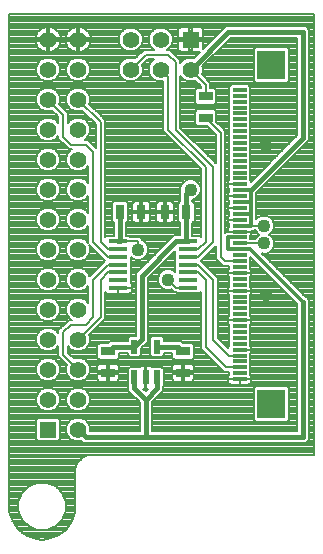
<source format=gtl>
G75*
G70*
%OFA0B0*%
%FSLAX24Y24*%
%IPPOS*%
%LPD*%
%AMOC8*
5,1,8,0,0,1.08239X$1,22.5*
%
%ADD10R,0.0555X0.0555*%
%ADD11C,0.0555*%
%ADD12R,0.0472X0.0117*%
%ADD13R,0.0945X0.0945*%
%ADD14R,0.0217X0.0472*%
%ADD15R,0.0472X0.0315*%
%ADD16R,0.0630X0.0157*%
%ADD17R,0.0315X0.0472*%
%ADD18C,0.0160*%
%ADD19C,0.0117*%
%ADD20C,0.0080*%
%ADD21C,0.0436*%
D10*
X001595Y003953D03*
X006345Y016953D03*
D11*
X006345Y015953D03*
X005345Y015953D03*
X005345Y016953D03*
X004345Y016953D03*
X004345Y015953D03*
X002595Y015953D03*
X002595Y016953D03*
X001595Y016953D03*
X001595Y015953D03*
X001595Y014953D03*
X001595Y013953D03*
X001595Y012953D03*
X001595Y011953D03*
X001595Y010953D03*
X001595Y009953D03*
X001595Y008953D03*
X001595Y007953D03*
X001595Y006953D03*
X001595Y005953D03*
X001595Y004953D03*
X002595Y004953D03*
X002595Y005953D03*
X002595Y006953D03*
X002595Y007953D03*
X002595Y008953D03*
X002595Y009953D03*
X002595Y010953D03*
X002595Y011953D03*
X002595Y012953D03*
X002595Y013953D03*
X002595Y014953D03*
X002595Y003953D03*
D12*
X007977Y005630D03*
X007977Y005827D03*
X007977Y006024D03*
X007977Y006221D03*
X007977Y006418D03*
X007977Y006614D03*
X007977Y006811D03*
X007977Y007008D03*
X007977Y007205D03*
X007977Y007402D03*
X007977Y007599D03*
X007977Y007796D03*
X007977Y007992D03*
X007977Y008189D03*
X007977Y008386D03*
X007977Y008583D03*
X007977Y008780D03*
X007977Y008977D03*
X007977Y009174D03*
X007977Y009370D03*
X007977Y009567D03*
X007977Y009764D03*
X007977Y009961D03*
X007977Y010158D03*
X007977Y010355D03*
X007977Y010551D03*
X007977Y010748D03*
X007977Y010945D03*
X007977Y011142D03*
X007977Y011339D03*
X007977Y011536D03*
X007977Y011733D03*
X007977Y011929D03*
X007977Y012126D03*
X007977Y012323D03*
X007977Y012520D03*
X007977Y012717D03*
X007977Y012914D03*
X007977Y013111D03*
X007977Y013307D03*
X007977Y013504D03*
X007977Y013701D03*
X007977Y013898D03*
X007977Y014095D03*
X007977Y014292D03*
X007977Y014489D03*
X007977Y014685D03*
X007977Y014882D03*
X007977Y015079D03*
X007977Y015276D03*
D13*
X009040Y016103D03*
X009040Y004803D03*
D14*
X005219Y005691D03*
X004845Y005691D03*
X004471Y005691D03*
X004471Y006715D03*
X005219Y006715D03*
D15*
X006095Y006557D03*
X006095Y005849D03*
X003595Y005849D03*
X003595Y006557D03*
X006845Y014349D03*
X006845Y015057D03*
D16*
X006256Y010221D03*
X006256Y009965D03*
X006256Y009709D03*
X006256Y009453D03*
X006256Y009197D03*
X006256Y008941D03*
X006256Y008685D03*
X003933Y008685D03*
X003933Y008941D03*
X003933Y009197D03*
X003933Y009453D03*
X003933Y009709D03*
X003933Y009965D03*
X003933Y010221D03*
D17*
X003990Y011203D03*
X004699Y011203D03*
X005490Y011203D03*
X006199Y011203D03*
D18*
X006199Y011807D01*
X006345Y011953D01*
X006199Y011203D02*
X006199Y010221D01*
X006256Y010221D01*
X006199Y010221D02*
X005862Y010221D01*
X004721Y009079D01*
X004721Y006965D01*
X004471Y006715D01*
X003752Y006715D01*
X003595Y006557D01*
X004471Y005691D02*
X004471Y005327D01*
X004845Y004953D01*
X005219Y005327D01*
X005219Y005691D01*
X004845Y004953D02*
X004845Y003703D01*
X010095Y003703D01*
X010095Y008203D01*
X008351Y011929D02*
X010095Y013673D01*
X010095Y017203D01*
X007595Y017203D01*
X006345Y015953D01*
X003990Y011203D02*
X003990Y010221D01*
X003933Y010221D01*
X005219Y006715D02*
X005937Y006715D01*
X006095Y006557D01*
X004845Y003703D02*
X002845Y003703D01*
X002595Y003953D01*
D19*
X007595Y009961D02*
X007595Y010355D01*
X007977Y010355D01*
X007977Y010748D02*
X008351Y010748D01*
X008351Y011142D01*
X008351Y011536D01*
X008351Y011929D01*
X007977Y011929D01*
X007977Y011536D02*
X008351Y011536D01*
X008351Y011142D02*
X007977Y011142D01*
X007977Y009961D02*
X007595Y009961D01*
X007977Y009961D02*
X008337Y009961D01*
X010095Y008203D01*
D20*
X000409Y000890D02*
X000613Y000609D01*
X000894Y000405D01*
X001224Y000298D01*
X001398Y000284D01*
X001571Y000298D01*
X001902Y000405D01*
X002183Y000609D01*
X002387Y000890D01*
X002494Y001220D01*
X002508Y001394D01*
X002508Y002501D01*
X002508Y002559D01*
X002508Y002559D01*
X002508Y002617D01*
X002508Y002617D01*
X002508Y002665D01*
X002508Y002666D01*
X002589Y002862D01*
X002589Y002862D01*
X002739Y003012D01*
X002739Y003012D01*
X002935Y003093D01*
X002935Y003093D01*
X002983Y003093D01*
X002983Y003093D01*
X010455Y003093D01*
X010455Y017813D01*
X000288Y017813D01*
X000288Y001452D01*
X000288Y001394D01*
X000301Y001220D01*
X000409Y000890D01*
X000402Y000911D02*
X000764Y000911D01*
X000728Y000946D02*
X000950Y000724D01*
X001241Y000604D01*
X001555Y000604D01*
X001845Y000724D01*
X002067Y000946D01*
X002188Y001237D01*
X002188Y001551D01*
X002067Y001841D01*
X001845Y002064D01*
X001555Y002184D01*
X001241Y002184D01*
X000950Y002064D01*
X000728Y001841D01*
X000608Y001551D01*
X000608Y001237D01*
X000728Y000946D01*
X000710Y000989D02*
X000376Y000989D01*
X000351Y001068D02*
X000678Y001068D01*
X000645Y001147D02*
X000325Y001147D01*
X000301Y001225D02*
X000613Y001225D01*
X000608Y001304D02*
X000295Y001304D01*
X000289Y001382D02*
X000608Y001382D01*
X000608Y001461D02*
X000288Y001461D01*
X000288Y001539D02*
X000608Y001539D01*
X000635Y001618D02*
X000288Y001618D01*
X000288Y001696D02*
X000668Y001696D01*
X000701Y001775D02*
X000288Y001775D01*
X000288Y001853D02*
X000740Y001853D01*
X000819Y001932D02*
X000288Y001932D01*
X000288Y002011D02*
X000897Y002011D01*
X001012Y002089D02*
X000288Y002089D01*
X000288Y002168D02*
X001201Y002168D01*
X001594Y002168D02*
X002508Y002168D01*
X002508Y002246D02*
X000288Y002246D01*
X000288Y002325D02*
X002508Y002325D01*
X002508Y002403D02*
X000288Y002403D01*
X000288Y002482D02*
X002508Y002482D01*
X002508Y002560D02*
X000288Y002560D01*
X000288Y002639D02*
X002508Y002639D01*
X002529Y002717D02*
X000288Y002717D01*
X000288Y002796D02*
X002562Y002796D01*
X002602Y002875D02*
X000288Y002875D01*
X000288Y002953D02*
X002680Y002953D01*
X002787Y003032D02*
X000288Y003032D01*
X000288Y003110D02*
X010455Y003110D01*
X010455Y003189D02*
X000288Y003189D01*
X000288Y003267D02*
X010455Y003267D01*
X010455Y003346D02*
X000288Y003346D01*
X000288Y003424D02*
X010455Y003424D01*
X010455Y003503D02*
X000288Y003503D01*
X000288Y003581D02*
X001242Y003581D01*
X001267Y003556D02*
X001922Y003556D01*
X001992Y003626D01*
X001992Y004280D01*
X001922Y004351D01*
X001267Y004351D01*
X001197Y004280D01*
X001197Y003626D01*
X001267Y003556D01*
X001197Y003660D02*
X000288Y003660D01*
X000288Y003739D02*
X001197Y003739D01*
X001197Y003817D02*
X000288Y003817D01*
X000288Y003896D02*
X001197Y003896D01*
X001197Y003974D02*
X000288Y003974D01*
X000288Y004053D02*
X001197Y004053D01*
X001197Y004131D02*
X000288Y004131D01*
X000288Y004210D02*
X001197Y004210D01*
X001205Y004288D02*
X000288Y004288D01*
X000288Y004367D02*
X004645Y004367D01*
X004645Y004445D02*
X000288Y004445D01*
X000288Y004524D02*
X004645Y004524D01*
X004645Y004602D02*
X002787Y004602D01*
X002820Y004616D02*
X002674Y004556D01*
X002516Y004556D01*
X002369Y004616D01*
X002258Y004728D01*
X002197Y004874D01*
X002197Y005032D01*
X002258Y005178D01*
X002369Y005290D01*
X002516Y005351D01*
X002674Y005351D01*
X002820Y005290D01*
X002932Y005178D01*
X002992Y005032D01*
X002992Y004874D01*
X002932Y004728D01*
X002820Y004616D01*
X002885Y004681D02*
X004645Y004681D01*
X004645Y004760D02*
X002945Y004760D01*
X002977Y004838D02*
X004645Y004838D01*
X004645Y004870D02*
X004645Y003903D01*
X002992Y003903D01*
X002992Y004032D01*
X002932Y004178D01*
X002820Y004290D01*
X002674Y004351D01*
X002516Y004351D01*
X002369Y004290D01*
X002258Y004178D01*
X002197Y004032D01*
X002197Y003874D01*
X002258Y003728D01*
X002369Y003616D01*
X002516Y003556D01*
X002674Y003556D01*
X002699Y003566D01*
X002762Y003503D01*
X004762Y003503D01*
X004927Y003503D01*
X010012Y003503D01*
X010177Y003503D01*
X010295Y003620D01*
X010295Y008286D01*
X010177Y008403D01*
X010147Y008403D01*
X008729Y009821D01*
X008732Y009820D01*
X008867Y009820D01*
X008991Y009871D01*
X009086Y009966D01*
X009137Y010091D01*
X009137Y010225D01*
X009086Y010349D01*
X008991Y010444D01*
X008970Y010453D01*
X008991Y010462D01*
X009086Y010557D01*
X009137Y010681D01*
X009137Y010816D01*
X009086Y010940D01*
X008991Y011035D01*
X008867Y011086D01*
X008732Y011086D01*
X008608Y011035D01*
X008530Y010957D01*
X008530Y011068D01*
X008530Y011216D01*
X008530Y011462D01*
X008530Y011825D01*
X010295Y013590D01*
X010295Y013756D01*
X010295Y017120D01*
X010295Y017286D01*
X010177Y017403D01*
X007512Y017403D01*
X007395Y017286D01*
X006762Y016653D01*
X006762Y016914D01*
X006384Y016914D01*
X006384Y016992D01*
X006762Y016992D01*
X006762Y017289D01*
X006680Y017371D01*
X006383Y017371D01*
X006383Y016992D01*
X006306Y016992D01*
X006306Y017371D01*
X006009Y017371D01*
X005927Y017289D01*
X005927Y016992D01*
X006306Y016992D01*
X006306Y016914D01*
X006383Y016914D01*
X006383Y016536D01*
X006644Y016536D01*
X006449Y016340D01*
X006424Y016351D01*
X006266Y016351D01*
X006119Y016290D01*
X006008Y016178D01*
X006005Y016171D01*
X006005Y016269D01*
X005755Y016519D01*
X005661Y016613D01*
X005562Y016613D01*
X005570Y016616D01*
X005682Y016728D01*
X005742Y016874D01*
X005742Y017032D01*
X005682Y017178D01*
X005570Y017290D01*
X005424Y017351D01*
X005266Y017351D01*
X005119Y017290D01*
X005008Y017178D01*
X004947Y017032D01*
X004947Y016874D01*
X005008Y016728D01*
X005119Y016616D01*
X005127Y016613D01*
X004911Y016613D01*
X004778Y016613D01*
X004489Y016324D01*
X004424Y016351D01*
X004266Y016351D01*
X004119Y016290D01*
X004008Y016178D01*
X003947Y016032D01*
X003947Y015874D01*
X004008Y015728D01*
X004119Y015616D01*
X004266Y015556D01*
X004424Y015556D01*
X004570Y015616D01*
X004682Y015728D01*
X004742Y015874D01*
X004742Y016032D01*
X004715Y016097D01*
X004911Y016293D01*
X005127Y016293D01*
X005119Y016290D01*
X005008Y016178D01*
X004947Y016032D01*
X004947Y015874D01*
X005008Y015728D01*
X005119Y015616D01*
X005266Y015556D01*
X005424Y015556D01*
X005435Y015560D01*
X005435Y013887D01*
X005528Y013793D01*
X006685Y012637D01*
X006685Y010356D01*
X006621Y010419D01*
X006399Y010419D01*
X006399Y010847D01*
X006406Y010847D01*
X006476Y010917D01*
X006476Y011489D01*
X006406Y011559D01*
X006399Y011559D01*
X006399Y011615D01*
X006412Y011615D01*
X006536Y011666D01*
X006631Y011762D01*
X006683Y011886D01*
X006683Y012020D01*
X006631Y012145D01*
X006536Y012240D01*
X006412Y012291D01*
X006277Y012291D01*
X006153Y012240D01*
X006058Y012145D01*
X006007Y012020D01*
X006007Y011898D01*
X005999Y011890D01*
X005999Y011559D01*
X005992Y011559D01*
X005921Y011489D01*
X005921Y010917D01*
X005992Y010847D01*
X005999Y010847D01*
X005999Y010421D01*
X005779Y010421D01*
X005662Y010304D01*
X004521Y009162D01*
X004521Y008996D01*
X004521Y007071D01*
X004313Y007071D01*
X004242Y007001D01*
X004242Y006915D01*
X003669Y006915D01*
X003589Y006835D01*
X003309Y006835D01*
X003238Y006765D01*
X003238Y006350D01*
X003309Y006280D01*
X003881Y006280D01*
X003951Y006350D01*
X003951Y006515D01*
X004242Y006515D01*
X004242Y006429D01*
X004313Y006359D01*
X004629Y006359D01*
X004699Y006429D01*
X004699Y006660D01*
X004921Y006882D01*
X004921Y007048D01*
X004921Y008996D01*
X005821Y009897D01*
X005821Y009836D01*
X005821Y009581D01*
X005821Y009325D01*
X005821Y009205D01*
X005786Y009240D01*
X005662Y009291D01*
X005527Y009291D01*
X005403Y009240D01*
X005308Y009145D01*
X005257Y009020D01*
X005257Y008886D01*
X005308Y008762D01*
X005403Y008666D01*
X005527Y008615D01*
X005662Y008615D01*
X005693Y008628D01*
X005796Y008525D01*
X005853Y008525D01*
X005891Y008487D01*
X006621Y008487D01*
X006685Y008551D01*
X006685Y006769D01*
X006685Y006637D01*
X007364Y005958D01*
X007457Y005864D01*
X007620Y005864D01*
X007620Y005767D01*
X007600Y005747D01*
X007600Y005630D01*
X007600Y005514D01*
X007682Y005432D01*
X007976Y005432D01*
X007976Y005630D01*
X007600Y005630D01*
X007976Y005630D01*
X007976Y005630D01*
X007977Y005630D01*
X007977Y005630D01*
X008353Y005630D01*
X008353Y005514D01*
X008271Y005432D01*
X007977Y005432D01*
X007977Y005630D01*
X008353Y005630D01*
X008353Y005747D01*
X008333Y005767D01*
X008333Y005916D01*
X008333Y006113D01*
X008333Y006309D01*
X008333Y006478D01*
X008353Y006498D01*
X008353Y006614D01*
X007977Y006614D01*
X007977Y006615D01*
X008353Y006615D01*
X008353Y006731D01*
X008333Y006751D01*
X008333Y006900D01*
X008333Y007097D01*
X008333Y007294D01*
X008333Y007462D01*
X008353Y007482D01*
X008353Y007599D01*
X008353Y007715D01*
X008333Y007735D01*
X008333Y007884D01*
X008333Y008081D01*
X008333Y008278D01*
X008333Y008447D01*
X008353Y008467D01*
X008353Y008583D01*
X008353Y008699D01*
X008333Y008719D01*
X008333Y008869D01*
X008333Y009037D01*
X008353Y009057D01*
X008353Y009173D01*
X007977Y009173D01*
X007977Y009174D01*
X008353Y009174D01*
X008353Y009290D01*
X008333Y009310D01*
X008333Y009459D01*
X008333Y009656D01*
X008333Y009713D01*
X009895Y008151D01*
X009895Y003903D01*
X005045Y003903D01*
X005045Y004870D01*
X005419Y005244D01*
X005419Y005377D01*
X005447Y005405D01*
X005447Y005977D01*
X005377Y006047D01*
X005061Y006047D01*
X005046Y006033D01*
X005011Y006067D01*
X004859Y006067D01*
X004859Y005706D01*
X004830Y005706D01*
X004830Y006067D01*
X004678Y006067D01*
X004643Y006033D01*
X004629Y006047D01*
X004313Y006047D01*
X004242Y005977D01*
X004242Y005405D01*
X004271Y005377D01*
X004271Y005244D01*
X004645Y004870D01*
X004598Y004917D02*
X002992Y004917D01*
X002992Y004995D02*
X004520Y004995D01*
X004441Y005074D02*
X002975Y005074D01*
X002942Y005152D02*
X004363Y005152D01*
X004284Y005231D02*
X002879Y005231D01*
X002773Y005309D02*
X004271Y005309D01*
X004260Y005388D02*
X000288Y005388D01*
X000288Y005466D02*
X004242Y005466D01*
X004242Y005545D02*
X000288Y005545D01*
X000288Y005624D02*
X001362Y005624D01*
X001369Y005616D02*
X001516Y005556D01*
X001674Y005556D01*
X001820Y005616D01*
X001932Y005728D01*
X001992Y005874D01*
X001992Y006032D01*
X001932Y006178D01*
X001820Y006290D01*
X001674Y006351D01*
X001516Y006351D01*
X001369Y006290D01*
X001258Y006178D01*
X001197Y006032D01*
X001197Y005874D01*
X001258Y005728D01*
X001369Y005616D01*
X001284Y005702D02*
X000288Y005702D01*
X000288Y005781D02*
X001236Y005781D01*
X001203Y005859D02*
X000288Y005859D01*
X000288Y005938D02*
X001197Y005938D01*
X001197Y006016D02*
X000288Y006016D01*
X000288Y006095D02*
X001223Y006095D01*
X001256Y006173D02*
X000288Y006173D01*
X000288Y006252D02*
X001331Y006252D01*
X001467Y006330D02*
X000288Y006330D01*
X000288Y006409D02*
X001935Y006409D01*
X001935Y006387D02*
X002028Y006293D01*
X002224Y006097D01*
X002197Y006032D01*
X002197Y005874D01*
X002258Y005728D01*
X002369Y005616D01*
X002516Y005556D01*
X002674Y005556D01*
X002820Y005616D01*
X002932Y005728D01*
X002992Y005874D01*
X002992Y006032D01*
X002932Y006178D01*
X002820Y006290D01*
X002674Y006351D01*
X002516Y006351D01*
X002450Y006324D01*
X002255Y006519D01*
X002255Y006735D01*
X002258Y006728D01*
X002369Y006616D01*
X002516Y006556D01*
X002674Y006556D01*
X002820Y006616D01*
X002932Y006728D01*
X002992Y006874D01*
X002992Y007032D01*
X002965Y007097D01*
X003505Y007637D01*
X003505Y007769D01*
X003505Y008522D01*
X003560Y008467D01*
X003933Y008467D01*
X003933Y008685D01*
X003933Y008685D01*
X003933Y008467D01*
X004306Y008467D01*
X004388Y008549D01*
X004388Y008685D01*
X003934Y008685D01*
X003934Y008686D01*
X004388Y008686D01*
X004388Y008822D01*
X004368Y008842D01*
X004368Y009070D01*
X004368Y009326D01*
X004368Y009581D01*
X004368Y009701D01*
X004403Y009666D01*
X004527Y009615D01*
X004662Y009615D01*
X004786Y009666D01*
X004881Y009762D01*
X004933Y009886D01*
X004933Y010020D01*
X004881Y010145D01*
X004786Y010240D01*
X004737Y010260D01*
X004737Y010287D01*
X004733Y010291D01*
X004732Y010297D01*
X004686Y010338D01*
X004643Y010381D01*
X004637Y010381D01*
X004632Y010385D01*
X004572Y010381D01*
X004337Y010381D01*
X004298Y010419D01*
X004190Y010419D01*
X004190Y010847D01*
X004197Y010847D01*
X004268Y010917D01*
X004268Y011489D01*
X004197Y011559D01*
X003783Y011559D01*
X003713Y011489D01*
X003713Y010917D01*
X003783Y010847D01*
X003790Y010847D01*
X003790Y010419D01*
X003569Y010419D01*
X003505Y010356D01*
X003505Y014269D01*
X003411Y014363D01*
X002965Y014809D01*
X002992Y014874D01*
X002992Y015032D01*
X002932Y015178D01*
X002820Y015290D01*
X002674Y015351D01*
X002516Y015351D01*
X002369Y015290D01*
X002258Y015178D01*
X002197Y015032D01*
X002197Y014874D01*
X002258Y014728D01*
X002369Y014616D01*
X002516Y014556D01*
X002674Y014556D01*
X002739Y014583D01*
X003185Y014137D01*
X003185Y013339D01*
X003161Y013363D01*
X002911Y013613D01*
X002812Y013613D01*
X002820Y013616D01*
X002932Y013728D01*
X002992Y013874D01*
X002992Y014032D01*
X002932Y014178D01*
X002820Y014290D01*
X002674Y014351D01*
X002516Y014351D01*
X002369Y014290D01*
X002258Y014178D01*
X002255Y014171D01*
X002255Y014519D01*
X002161Y014613D01*
X001965Y014809D01*
X001992Y014874D01*
X001992Y015032D01*
X001932Y015178D01*
X001820Y015290D01*
X001674Y015351D01*
X001516Y015351D01*
X001369Y015290D01*
X001258Y015178D01*
X001197Y015032D01*
X001197Y014874D01*
X001258Y014728D01*
X001369Y014616D01*
X001516Y014556D01*
X001674Y014556D01*
X001739Y014583D01*
X001935Y014387D01*
X001935Y014171D01*
X001932Y014178D01*
X001820Y014290D01*
X001674Y014351D01*
X001516Y014351D01*
X001369Y014290D01*
X001258Y014178D01*
X001197Y014032D01*
X001197Y013874D01*
X001258Y013728D01*
X001369Y013616D01*
X001516Y013556D01*
X001674Y013556D01*
X001820Y013616D01*
X001932Y013728D01*
X001935Y013735D01*
X001935Y013637D01*
X002185Y013387D01*
X002278Y013293D01*
X002377Y013293D01*
X002369Y013290D01*
X002258Y013178D01*
X002197Y013032D01*
X002197Y012874D01*
X002258Y012728D01*
X002369Y012616D01*
X002516Y012556D01*
X002674Y012556D01*
X002820Y012616D01*
X002932Y012728D01*
X002935Y012735D01*
X002935Y012171D01*
X002932Y012178D01*
X002820Y012290D01*
X002674Y012351D01*
X002516Y012351D01*
X002369Y012290D01*
X002258Y012178D01*
X002197Y012032D01*
X002197Y011874D01*
X002258Y011728D01*
X002369Y011616D01*
X002516Y011556D01*
X002674Y011556D01*
X002820Y011616D01*
X002932Y011728D01*
X002935Y011735D01*
X002935Y011171D01*
X002932Y011178D01*
X002820Y011290D01*
X002674Y011351D01*
X002516Y011351D01*
X002369Y011290D01*
X002258Y011178D01*
X002197Y011032D01*
X002197Y010874D01*
X002258Y010728D01*
X002369Y010616D01*
X002516Y010556D01*
X002674Y010556D01*
X002820Y010616D01*
X002932Y010728D01*
X002935Y010735D01*
X002935Y010269D01*
X002935Y010171D01*
X002932Y010178D01*
X002820Y010290D01*
X002674Y010351D01*
X002516Y010351D01*
X002369Y010290D01*
X002258Y010178D01*
X002197Y010032D01*
X002197Y009874D01*
X002258Y009728D01*
X002369Y009616D01*
X002516Y009556D01*
X002674Y009556D01*
X002820Y009616D01*
X002932Y009728D01*
X002992Y009874D01*
X002992Y010032D01*
X002959Y010113D01*
X003429Y009643D01*
X003493Y009578D01*
X002979Y009064D01*
X002932Y009178D01*
X002820Y009290D01*
X002674Y009351D01*
X002516Y009351D01*
X002369Y009290D01*
X002258Y009178D01*
X002197Y009032D01*
X002197Y008874D01*
X002258Y008728D01*
X002369Y008616D01*
X002516Y008556D01*
X002674Y008556D01*
X002820Y008616D01*
X002932Y008728D01*
X002935Y008735D01*
X002935Y008171D01*
X002932Y008178D01*
X002820Y008290D01*
X002674Y008351D01*
X002516Y008351D01*
X002369Y008290D01*
X002258Y008178D01*
X002197Y008032D01*
X002197Y007874D01*
X002258Y007728D01*
X002369Y007616D01*
X002377Y007613D01*
X002278Y007613D01*
X002185Y007519D01*
X001935Y007269D01*
X001935Y007171D01*
X001932Y007178D01*
X001820Y007290D01*
X001674Y007351D01*
X001516Y007351D01*
X001369Y007290D01*
X001258Y007178D01*
X001197Y007032D01*
X001197Y006874D01*
X001258Y006728D01*
X001369Y006616D01*
X001516Y006556D01*
X001674Y006556D01*
X001820Y006616D01*
X001932Y006728D01*
X001935Y006735D01*
X001935Y006387D01*
X001991Y006330D02*
X001722Y006330D01*
X001858Y006252D02*
X002070Y006252D01*
X002148Y006173D02*
X001934Y006173D01*
X001966Y006095D02*
X002223Y006095D01*
X002197Y006016D02*
X001992Y006016D01*
X001992Y005938D02*
X002197Y005938D01*
X002203Y005859D02*
X001986Y005859D01*
X001953Y005781D02*
X002236Y005781D01*
X002284Y005702D02*
X001906Y005702D01*
X001827Y005624D02*
X002362Y005624D01*
X002416Y005309D02*
X001773Y005309D01*
X001820Y005290D02*
X001674Y005351D01*
X001516Y005351D01*
X001369Y005290D01*
X001258Y005178D01*
X001197Y005032D01*
X001197Y004874D01*
X001258Y004728D01*
X001369Y004616D01*
X001516Y004556D01*
X001674Y004556D01*
X001820Y004616D01*
X001932Y004728D01*
X001992Y004874D01*
X001992Y005032D01*
X001932Y005178D01*
X001820Y005290D01*
X001879Y005231D02*
X002310Y005231D01*
X002247Y005152D02*
X001942Y005152D01*
X001975Y005074D02*
X002214Y005074D01*
X002197Y004995D02*
X001992Y004995D01*
X001992Y004917D02*
X002197Y004917D01*
X002212Y004838D02*
X001977Y004838D01*
X001945Y004760D02*
X002245Y004760D01*
X002305Y004681D02*
X001885Y004681D01*
X001787Y004602D02*
X002402Y004602D01*
X002368Y004288D02*
X001984Y004288D01*
X001992Y004210D02*
X002289Y004210D01*
X002238Y004131D02*
X001992Y004131D01*
X001992Y004053D02*
X002206Y004053D01*
X002197Y003974D02*
X001992Y003974D01*
X001992Y003896D02*
X002197Y003896D01*
X002221Y003817D02*
X001992Y003817D01*
X001992Y003739D02*
X002253Y003739D01*
X002326Y003660D02*
X001992Y003660D01*
X001948Y003581D02*
X002453Y003581D01*
X002821Y004288D02*
X004645Y004288D01*
X004645Y004210D02*
X002900Y004210D01*
X002951Y004131D02*
X004645Y004131D01*
X004645Y004053D02*
X002984Y004053D01*
X002992Y003974D02*
X004645Y003974D01*
X005045Y003974D02*
X009895Y003974D01*
X009895Y004053D02*
X005045Y004053D01*
X005045Y004131D02*
X009895Y004131D01*
X009895Y004210D02*
X005045Y004210D01*
X005045Y004288D02*
X008447Y004288D01*
X008447Y004281D02*
X008517Y004211D01*
X009562Y004211D01*
X009632Y004281D01*
X009632Y005326D01*
X009562Y005396D01*
X008517Y005396D01*
X008447Y005326D01*
X008447Y004281D01*
X008447Y004367D02*
X005045Y004367D01*
X005045Y004445D02*
X008447Y004445D01*
X008447Y004524D02*
X005045Y004524D01*
X005045Y004602D02*
X008447Y004602D01*
X008447Y004681D02*
X005045Y004681D01*
X005045Y004760D02*
X008447Y004760D01*
X008447Y004838D02*
X005045Y004838D01*
X005091Y004917D02*
X008447Y004917D01*
X008447Y004995D02*
X005170Y004995D01*
X005248Y005074D02*
X008447Y005074D01*
X008447Y005152D02*
X005327Y005152D01*
X005405Y005231D02*
X008447Y005231D01*
X008447Y005309D02*
X005419Y005309D01*
X005429Y005388D02*
X008509Y005388D01*
X008305Y005466D02*
X009895Y005466D01*
X009895Y005388D02*
X009570Y005388D01*
X009632Y005309D02*
X009895Y005309D01*
X009895Y005231D02*
X009632Y005231D01*
X009632Y005152D02*
X009895Y005152D01*
X009895Y005074D02*
X009632Y005074D01*
X009632Y004995D02*
X009895Y004995D01*
X009895Y004917D02*
X009632Y004917D01*
X009632Y004838D02*
X009895Y004838D01*
X009895Y004760D02*
X009632Y004760D01*
X009632Y004681D02*
X009895Y004681D01*
X009895Y004602D02*
X009632Y004602D01*
X009632Y004524D02*
X009895Y004524D01*
X009895Y004445D02*
X009632Y004445D01*
X009632Y004367D02*
X009895Y004367D01*
X009895Y004288D02*
X009632Y004288D01*
X010295Y004288D02*
X010455Y004288D01*
X010455Y004210D02*
X010295Y004210D01*
X010295Y004131D02*
X010455Y004131D01*
X010455Y004053D02*
X010295Y004053D01*
X010295Y003974D02*
X010455Y003974D01*
X010455Y003896D02*
X010295Y003896D01*
X010295Y003817D02*
X010455Y003817D01*
X010455Y003739D02*
X010295Y003739D01*
X010295Y003660D02*
X010455Y003660D01*
X010455Y003581D02*
X010256Y003581D01*
X010295Y004367D02*
X010455Y004367D01*
X010455Y004445D02*
X010295Y004445D01*
X010295Y004524D02*
X010455Y004524D01*
X010455Y004602D02*
X010295Y004602D01*
X010295Y004681D02*
X010455Y004681D01*
X010455Y004760D02*
X010295Y004760D01*
X010295Y004838D02*
X010455Y004838D01*
X010455Y004917D02*
X010295Y004917D01*
X010295Y004995D02*
X010455Y004995D01*
X010455Y005074D02*
X010295Y005074D01*
X010295Y005152D02*
X010455Y005152D01*
X010455Y005231D02*
X010295Y005231D01*
X010295Y005309D02*
X010455Y005309D01*
X010455Y005388D02*
X010295Y005388D01*
X010295Y005466D02*
X010455Y005466D01*
X010455Y005545D02*
X010295Y005545D01*
X010295Y005624D02*
X010455Y005624D01*
X010455Y005702D02*
X010295Y005702D01*
X010295Y005781D02*
X010455Y005781D01*
X010455Y005859D02*
X010295Y005859D01*
X010295Y005938D02*
X010455Y005938D01*
X010455Y006016D02*
X010295Y006016D01*
X010295Y006095D02*
X010455Y006095D01*
X010455Y006173D02*
X010295Y006173D01*
X010295Y006252D02*
X010455Y006252D01*
X010455Y006330D02*
X010295Y006330D01*
X010295Y006409D02*
X010455Y006409D01*
X010455Y006488D02*
X010295Y006488D01*
X010295Y006566D02*
X010455Y006566D01*
X010455Y006645D02*
X010295Y006645D01*
X010295Y006723D02*
X010455Y006723D01*
X010455Y006802D02*
X010295Y006802D01*
X010295Y006880D02*
X010455Y006880D01*
X010455Y006959D02*
X010295Y006959D01*
X010295Y007037D02*
X010455Y007037D01*
X010455Y007116D02*
X010295Y007116D01*
X010295Y007194D02*
X010455Y007194D01*
X010455Y007273D02*
X010295Y007273D01*
X010295Y007351D02*
X010455Y007351D01*
X010455Y007430D02*
X010295Y007430D01*
X010295Y007509D02*
X010455Y007509D01*
X010455Y007587D02*
X010295Y007587D01*
X010295Y007666D02*
X010455Y007666D01*
X010455Y007744D02*
X010295Y007744D01*
X010295Y007823D02*
X010455Y007823D01*
X010455Y007901D02*
X010295Y007901D01*
X010295Y007980D02*
X010455Y007980D01*
X010455Y008058D02*
X010295Y008058D01*
X010295Y008137D02*
X010455Y008137D01*
X010455Y008215D02*
X010295Y008215D01*
X010286Y008294D02*
X010455Y008294D01*
X010455Y008373D02*
X010208Y008373D01*
X010099Y008451D02*
X010455Y008451D01*
X010455Y008530D02*
X010020Y008530D01*
X009942Y008608D02*
X010455Y008608D01*
X010455Y008687D02*
X009863Y008687D01*
X009785Y008765D02*
X010455Y008765D01*
X010455Y008844D02*
X009706Y008844D01*
X009628Y008922D02*
X010455Y008922D01*
X010455Y009001D02*
X009549Y009001D01*
X009471Y009079D02*
X010455Y009079D01*
X010455Y009158D02*
X009392Y009158D01*
X009313Y009237D02*
X010455Y009237D01*
X010455Y009315D02*
X009235Y009315D01*
X009156Y009394D02*
X010455Y009394D01*
X010455Y009472D02*
X009078Y009472D01*
X008999Y009551D02*
X010455Y009551D01*
X010455Y009629D02*
X008921Y009629D01*
X008842Y009708D02*
X010455Y009708D01*
X010455Y009786D02*
X008764Y009786D01*
X008976Y009865D02*
X010455Y009865D01*
X010455Y009943D02*
X009063Y009943D01*
X009109Y010022D02*
X010455Y010022D01*
X010455Y010101D02*
X009137Y010101D01*
X009137Y010179D02*
X010455Y010179D01*
X010455Y010258D02*
X009124Y010258D01*
X009091Y010336D02*
X010455Y010336D01*
X010455Y010415D02*
X009021Y010415D01*
X009022Y010493D02*
X010455Y010493D01*
X010455Y010572D02*
X009092Y010572D01*
X009125Y010650D02*
X010455Y010650D01*
X010455Y010729D02*
X009137Y010729D01*
X009137Y010807D02*
X010455Y010807D01*
X010455Y010886D02*
X009108Y010886D01*
X009061Y010964D02*
X010455Y010964D01*
X010455Y011043D02*
X008971Y011043D01*
X008799Y010748D02*
X008351Y010748D01*
X008353Y010570D02*
X008425Y010570D01*
X008444Y010588D01*
X008500Y010588D01*
X008513Y010557D01*
X008608Y010462D01*
X008629Y010453D01*
X008608Y010444D01*
X008513Y010349D01*
X008500Y010318D01*
X008333Y010318D01*
X008333Y010415D01*
X008353Y010435D01*
X008353Y010551D01*
X007977Y010551D01*
X007977Y010552D01*
X008353Y010552D01*
X008353Y010570D01*
X008427Y010572D02*
X008506Y010572D01*
X008576Y010493D02*
X008353Y010493D01*
X008333Y010415D02*
X008578Y010415D01*
X008507Y010336D02*
X008333Y010336D01*
X007977Y010158D02*
X008799Y010158D01*
X008416Y009629D02*
X008333Y009629D01*
X008333Y009551D02*
X008495Y009551D01*
X008573Y009472D02*
X008333Y009472D01*
X008333Y009394D02*
X008652Y009394D01*
X008730Y009315D02*
X008333Y009315D01*
X008353Y009237D02*
X008809Y009237D01*
X008887Y009158D02*
X008353Y009158D01*
X008353Y009079D02*
X008966Y009079D01*
X009044Y009001D02*
X008333Y009001D01*
X008333Y008922D02*
X009123Y008922D01*
X009202Y008844D02*
X008333Y008844D01*
X008333Y008765D02*
X009280Y008765D01*
X009359Y008687D02*
X008353Y008687D01*
X008353Y008608D02*
X009437Y008608D01*
X009516Y008530D02*
X008353Y008530D01*
X008353Y008583D02*
X007977Y008583D01*
X008353Y008583D01*
X008337Y008451D02*
X009594Y008451D01*
X009673Y008373D02*
X008333Y008373D01*
X008333Y008294D02*
X009751Y008294D01*
X009830Y008215D02*
X008333Y008215D01*
X008333Y008137D02*
X009895Y008137D01*
X009895Y008058D02*
X008333Y008058D01*
X008333Y007980D02*
X009895Y007980D01*
X009895Y007901D02*
X008333Y007901D01*
X008333Y007823D02*
X009895Y007823D01*
X009895Y007744D02*
X008333Y007744D01*
X008353Y007666D02*
X009895Y007666D01*
X009895Y007587D02*
X008353Y007587D01*
X008353Y007599D02*
X007977Y007599D01*
X008353Y007599D01*
X008353Y007509D02*
X009895Y007509D01*
X009895Y007430D02*
X008333Y007430D01*
X008333Y007351D02*
X009895Y007351D01*
X009895Y007273D02*
X008333Y007273D01*
X008333Y007194D02*
X009895Y007194D01*
X009895Y007116D02*
X008333Y007116D01*
X008333Y007037D02*
X009895Y007037D01*
X009895Y006959D02*
X008333Y006959D01*
X008333Y006880D02*
X009895Y006880D01*
X009895Y006802D02*
X008333Y006802D01*
X008353Y006723D02*
X009895Y006723D01*
X009895Y006645D02*
X008353Y006645D01*
X008353Y006566D02*
X009895Y006566D01*
X009895Y006488D02*
X008342Y006488D01*
X008333Y006409D02*
X009895Y006409D01*
X009895Y006330D02*
X008333Y006330D01*
X008333Y006252D02*
X009895Y006252D01*
X009895Y006173D02*
X008333Y006173D01*
X008333Y006095D02*
X009895Y006095D01*
X009895Y006016D02*
X008333Y006016D01*
X008333Y005938D02*
X009895Y005938D01*
X009895Y005859D02*
X008333Y005859D01*
X008333Y005781D02*
X009895Y005781D01*
X009895Y005702D02*
X008353Y005702D01*
X008353Y005624D02*
X009895Y005624D01*
X009895Y005545D02*
X008353Y005545D01*
X007977Y005545D02*
X007976Y005545D01*
X007976Y005466D02*
X007977Y005466D01*
X007976Y005624D02*
X007977Y005624D01*
X007977Y006024D02*
X007524Y006024D01*
X006845Y006703D01*
X006845Y008953D01*
X006601Y009197D01*
X006256Y009197D01*
X006256Y009453D02*
X006595Y009453D01*
X007095Y008953D01*
X007095Y006953D01*
X007630Y006418D01*
X007977Y006418D01*
X007600Y006674D02*
X007255Y007019D01*
X007255Y009019D01*
X007161Y009113D01*
X006696Y009578D01*
X007161Y010043D01*
X007185Y010067D01*
X007185Y009769D01*
X007185Y009637D01*
X007320Y009501D01*
X007414Y009407D01*
X007620Y009407D01*
X007620Y009310D01*
X007600Y009290D01*
X007600Y009174D01*
X007976Y009174D01*
X007976Y009173D01*
X007600Y009173D01*
X007600Y009057D01*
X007620Y009037D01*
X007620Y008869D01*
X007620Y008719D01*
X007600Y008699D01*
X007600Y008583D01*
X007976Y008583D01*
X007976Y008583D01*
X007600Y008583D01*
X007600Y008467D01*
X007620Y008447D01*
X007620Y008278D01*
X007620Y008081D01*
X007620Y007884D01*
X007620Y007735D01*
X007600Y007715D01*
X007600Y007599D01*
X007976Y007599D01*
X007976Y007599D01*
X007600Y007599D01*
X007600Y007482D01*
X007620Y007462D01*
X007620Y007294D01*
X007620Y007097D01*
X007620Y006900D01*
X007620Y006751D01*
X007600Y006731D01*
X007600Y006674D01*
X007600Y006723D02*
X007551Y006723D01*
X007620Y006802D02*
X007472Y006802D01*
X007394Y006880D02*
X007620Y006880D01*
X007620Y006959D02*
X007315Y006959D01*
X007255Y007037D02*
X007620Y007037D01*
X007620Y007116D02*
X007255Y007116D01*
X007255Y007194D02*
X007620Y007194D01*
X007620Y007273D02*
X007255Y007273D01*
X007255Y007351D02*
X007620Y007351D01*
X007620Y007430D02*
X007255Y007430D01*
X007255Y007509D02*
X007600Y007509D01*
X007600Y007587D02*
X007255Y007587D01*
X007255Y007666D02*
X007600Y007666D01*
X007620Y007744D02*
X007255Y007744D01*
X007255Y007823D02*
X007620Y007823D01*
X007620Y007901D02*
X007255Y007901D01*
X007255Y007980D02*
X007620Y007980D01*
X007620Y008058D02*
X007255Y008058D01*
X007255Y008137D02*
X007620Y008137D01*
X007620Y008215D02*
X007255Y008215D01*
X007255Y008294D02*
X007620Y008294D01*
X007620Y008373D02*
X007255Y008373D01*
X007255Y008451D02*
X007616Y008451D01*
X007600Y008530D02*
X007255Y008530D01*
X007255Y008608D02*
X007600Y008608D01*
X007600Y008687D02*
X007255Y008687D01*
X007255Y008765D02*
X007620Y008765D01*
X007620Y008844D02*
X007255Y008844D01*
X007255Y008922D02*
X007620Y008922D01*
X007620Y009001D02*
X007255Y009001D01*
X007194Y009079D02*
X007600Y009079D01*
X007600Y009158D02*
X007116Y009158D01*
X007037Y009237D02*
X007600Y009237D01*
X007620Y009315D02*
X006959Y009315D01*
X006880Y009394D02*
X007620Y009394D01*
X007480Y009567D02*
X007977Y009567D01*
X008333Y009708D02*
X008338Y009708D01*
X007976Y010551D02*
X007600Y010551D01*
X007600Y010533D01*
X007521Y010533D01*
X007505Y010517D01*
X007505Y013915D01*
X007411Y014009D01*
X007201Y014219D01*
X007201Y014556D01*
X007131Y014626D01*
X006559Y014626D01*
X006488Y014556D01*
X006488Y014142D01*
X006559Y014071D01*
X006896Y014071D01*
X007185Y013782D01*
X007185Y012839D01*
X006005Y014019D01*
X006005Y015735D01*
X006008Y015728D01*
X006119Y015616D01*
X006266Y015556D01*
X006424Y015556D01*
X006489Y015583D01*
X006685Y015387D01*
X006685Y015335D01*
X006559Y015335D01*
X006488Y015265D01*
X006488Y014850D01*
X006559Y014780D01*
X007131Y014780D01*
X007201Y014850D01*
X007201Y015265D01*
X007131Y015335D01*
X007005Y015335D01*
X007005Y015387D01*
X007005Y015519D01*
X006715Y015809D01*
X006742Y015874D01*
X006742Y016032D01*
X006732Y016057D01*
X007677Y017003D01*
X009895Y017003D01*
X009895Y013756D01*
X008353Y012214D01*
X008353Y012243D01*
X008333Y012263D01*
X008333Y012412D01*
X008333Y012609D01*
X008333Y012806D01*
X008333Y013002D01*
X008333Y013199D01*
X008333Y013396D01*
X008333Y013612D01*
X008333Y013790D01*
X008333Y013987D01*
X008333Y014184D01*
X008333Y014380D01*
X008333Y014577D01*
X008333Y014774D01*
X008333Y014971D01*
X008333Y015168D01*
X008333Y015384D01*
X008262Y015454D01*
X007691Y015454D01*
X007620Y015384D01*
X007620Y015168D01*
X007620Y014971D01*
X007620Y014774D01*
X007620Y014577D01*
X007620Y014380D01*
X007620Y014184D01*
X007620Y013987D01*
X007620Y013790D01*
X007620Y013612D01*
X007620Y013396D01*
X007620Y013199D01*
X007620Y013002D01*
X007620Y012806D01*
X007620Y012609D01*
X007620Y012412D01*
X007620Y012263D01*
X007600Y012243D01*
X007600Y012126D01*
X007600Y012010D01*
X007620Y011990D01*
X007620Y011869D01*
X007600Y011849D01*
X007600Y011733D01*
X007976Y011733D01*
X007976Y011732D01*
X007600Y011732D01*
X007600Y011616D01*
X007620Y011596D01*
X007620Y011475D01*
X007600Y011455D01*
X007600Y011339D01*
X007976Y011339D01*
X007976Y011339D01*
X007600Y011339D01*
X007600Y011222D01*
X007620Y011202D01*
X007620Y011082D01*
X007600Y011062D01*
X007600Y010945D01*
X007600Y010829D01*
X007620Y010809D01*
X007620Y010688D01*
X007600Y010668D01*
X007600Y010552D01*
X007976Y010552D01*
X007976Y010551D01*
X007976Y010945D02*
X007600Y010945D01*
X007976Y010945D01*
X007976Y010945D01*
X007600Y010964D02*
X007505Y010964D01*
X007505Y010886D02*
X007600Y010886D01*
X007620Y010807D02*
X007505Y010807D01*
X007505Y010729D02*
X007620Y010729D01*
X007600Y010650D02*
X007505Y010650D01*
X007505Y010572D02*
X007600Y010572D01*
X007600Y011043D02*
X007505Y011043D01*
X007505Y011122D02*
X007620Y011122D01*
X007620Y011200D02*
X007505Y011200D01*
X007505Y011279D02*
X007600Y011279D01*
X007600Y011357D02*
X007505Y011357D01*
X007505Y011436D02*
X007600Y011436D01*
X007620Y011514D02*
X007505Y011514D01*
X007505Y011593D02*
X007620Y011593D01*
X007600Y011671D02*
X007505Y011671D01*
X007505Y011750D02*
X007600Y011750D01*
X007600Y011828D02*
X007505Y011828D01*
X007505Y011907D02*
X007620Y011907D01*
X007620Y011986D02*
X007505Y011986D01*
X007505Y012064D02*
X007600Y012064D01*
X007600Y012126D02*
X007976Y012126D01*
X007976Y012126D01*
X007600Y012126D01*
X007600Y012143D02*
X007505Y012143D01*
X007505Y012221D02*
X007600Y012221D01*
X007620Y012300D02*
X007505Y012300D01*
X007505Y012378D02*
X007620Y012378D01*
X007620Y012457D02*
X007505Y012457D01*
X007505Y012535D02*
X007620Y012535D01*
X007620Y012614D02*
X007505Y012614D01*
X007505Y012692D02*
X007620Y012692D01*
X007620Y012771D02*
X007505Y012771D01*
X007505Y012850D02*
X007620Y012850D01*
X007620Y012928D02*
X007505Y012928D01*
X007505Y013007D02*
X007620Y013007D01*
X007620Y013085D02*
X007505Y013085D01*
X007505Y013164D02*
X007620Y013164D01*
X007620Y013242D02*
X007505Y013242D01*
X007505Y013321D02*
X007620Y013321D01*
X007620Y013399D02*
X007505Y013399D01*
X007505Y013478D02*
X007620Y013478D01*
X007620Y013556D02*
X007505Y013556D01*
X007505Y013635D02*
X007620Y013635D01*
X007620Y013714D02*
X007505Y013714D01*
X007505Y013792D02*
X007620Y013792D01*
X007620Y013871D02*
X007505Y013871D01*
X007470Y013949D02*
X007620Y013949D01*
X007620Y014028D02*
X007392Y014028D01*
X007313Y014106D02*
X007620Y014106D01*
X007620Y014185D02*
X007235Y014185D01*
X007201Y014263D02*
X007620Y014263D01*
X007620Y014342D02*
X007201Y014342D01*
X007201Y014420D02*
X007620Y014420D01*
X007620Y014499D02*
X007201Y014499D01*
X007179Y014577D02*
X007620Y014577D01*
X007620Y014656D02*
X006005Y014656D01*
X006005Y014577D02*
X006510Y014577D01*
X006488Y014499D02*
X006005Y014499D01*
X006005Y014420D02*
X006488Y014420D01*
X006488Y014342D02*
X006005Y014342D01*
X006005Y014263D02*
X006488Y014263D01*
X006488Y014185D02*
X006005Y014185D01*
X006005Y014106D02*
X006524Y014106D01*
X006232Y013792D02*
X007175Y013792D01*
X007185Y013714D02*
X006310Y013714D01*
X006389Y013635D02*
X007185Y013635D01*
X007185Y013556D02*
X006468Y013556D01*
X006546Y013478D02*
X007185Y013478D01*
X007185Y013399D02*
X006625Y013399D01*
X006703Y013321D02*
X007185Y013321D01*
X007185Y013242D02*
X006782Y013242D01*
X006860Y013164D02*
X007185Y013164D01*
X007185Y013085D02*
X006939Y013085D01*
X007017Y013007D02*
X007185Y013007D01*
X007185Y012928D02*
X007096Y012928D01*
X007174Y012850D02*
X007185Y012850D01*
X007095Y012703D02*
X005845Y013953D01*
X005845Y016203D01*
X005595Y016453D01*
X004845Y016453D01*
X004345Y015953D01*
X004527Y015599D02*
X005162Y015599D01*
X005059Y015677D02*
X004631Y015677D01*
X004693Y015756D02*
X004996Y015756D01*
X004964Y015834D02*
X004726Y015834D01*
X004742Y015913D02*
X004947Y015913D01*
X004947Y015991D02*
X004742Y015991D01*
X004726Y016070D02*
X004963Y016070D01*
X004995Y016148D02*
X004766Y016148D01*
X004845Y016227D02*
X005056Y016227D01*
X005116Y016620D02*
X004573Y016620D01*
X004570Y016616D02*
X004682Y016728D01*
X004742Y016874D01*
X004742Y017032D01*
X004682Y017178D01*
X004570Y017290D01*
X004424Y017351D01*
X004266Y017351D01*
X004119Y017290D01*
X004008Y017178D01*
X003947Y017032D01*
X003947Y016874D01*
X004008Y016728D01*
X004119Y016616D01*
X004266Y016556D01*
X004424Y016556D01*
X004570Y016616D01*
X004652Y016698D02*
X005037Y016698D01*
X004987Y016777D02*
X004702Y016777D01*
X004734Y016855D02*
X004955Y016855D01*
X004947Y016934D02*
X004742Y016934D01*
X004742Y017012D02*
X004947Y017012D01*
X004972Y017091D02*
X004718Y017091D01*
X004685Y017169D02*
X005004Y017169D01*
X005077Y017248D02*
X004612Y017248D01*
X004482Y017326D02*
X005208Y017326D01*
X005482Y017326D02*
X005965Y017326D01*
X005927Y017248D02*
X005612Y017248D01*
X005685Y017169D02*
X005927Y017169D01*
X005927Y017091D02*
X005718Y017091D01*
X005742Y017012D02*
X005927Y017012D01*
X005927Y016914D02*
X005927Y016618D01*
X006009Y016536D01*
X006306Y016536D01*
X006306Y016914D01*
X005927Y016914D01*
X005927Y016855D02*
X005734Y016855D01*
X005742Y016934D02*
X006306Y016934D01*
X006384Y016934D02*
X007043Y016934D01*
X007121Y017012D02*
X006762Y017012D01*
X006762Y017091D02*
X007200Y017091D01*
X007278Y017169D02*
X006762Y017169D01*
X006762Y017248D02*
X007357Y017248D01*
X007435Y017326D02*
X006724Y017326D01*
X006762Y016855D02*
X006964Y016855D01*
X006885Y016777D02*
X006762Y016777D01*
X006762Y016698D02*
X006807Y016698D01*
X006571Y016463D02*
X005811Y016463D01*
X005733Y016541D02*
X006004Y016541D01*
X005927Y016620D02*
X005573Y016620D01*
X005652Y016698D02*
X005927Y016698D01*
X005927Y016777D02*
X005702Y016777D01*
X005890Y016384D02*
X006493Y016384D01*
X006383Y016541D02*
X006306Y016541D01*
X006306Y016620D02*
X006383Y016620D01*
X006383Y016698D02*
X006306Y016698D01*
X006306Y016777D02*
X006383Y016777D01*
X006383Y016855D02*
X006306Y016855D01*
X006306Y017012D02*
X006383Y017012D01*
X006383Y017091D02*
X006306Y017091D01*
X006306Y017169D02*
X006383Y017169D01*
X006383Y017248D02*
X006306Y017248D01*
X006306Y017326D02*
X006383Y017326D01*
X006157Y016305D02*
X005969Y016305D01*
X006005Y016227D02*
X006056Y016227D01*
X006345Y015953D02*
X006845Y015453D01*
X006845Y015057D01*
X006685Y015363D02*
X006005Y015363D01*
X006005Y015441D02*
X006630Y015441D01*
X006551Y015520D02*
X006005Y015520D01*
X006005Y015599D02*
X006162Y015599D01*
X006059Y015677D02*
X006005Y015677D01*
X006005Y015284D02*
X006508Y015284D01*
X006488Y015206D02*
X006005Y015206D01*
X006005Y015127D02*
X006488Y015127D01*
X006488Y015049D02*
X006005Y015049D01*
X006005Y014970D02*
X006488Y014970D01*
X006488Y014892D02*
X006005Y014892D01*
X006005Y014813D02*
X006526Y014813D01*
X006845Y014349D02*
X007345Y013849D01*
X007345Y009703D01*
X007480Y009567D01*
X007349Y009472D02*
X006802Y009472D01*
X006723Y009551D02*
X007271Y009551D01*
X007192Y009629D02*
X006747Y009629D01*
X006826Y009708D02*
X007185Y009708D01*
X007185Y009786D02*
X006904Y009786D01*
X006983Y009865D02*
X007185Y009865D01*
X007185Y009943D02*
X007061Y009943D01*
X007140Y010022D02*
X007185Y010022D01*
X007095Y010203D02*
X007095Y012703D01*
X006845Y012703D02*
X005595Y013953D01*
X005595Y015703D01*
X005345Y015953D01*
X005435Y015520D02*
X000288Y015520D01*
X000288Y015441D02*
X005435Y015441D01*
X005435Y015363D02*
X000288Y015363D01*
X000288Y015284D02*
X001364Y015284D01*
X001285Y015206D02*
X000288Y015206D01*
X000288Y015127D02*
X001237Y015127D01*
X001204Y015049D02*
X000288Y015049D01*
X000288Y014970D02*
X001197Y014970D01*
X001197Y014892D02*
X000288Y014892D01*
X000288Y014813D02*
X001222Y014813D01*
X001255Y014735D02*
X000288Y014735D01*
X000288Y014656D02*
X001330Y014656D01*
X001463Y014577D02*
X000288Y014577D01*
X000288Y014499D02*
X001822Y014499D01*
X001744Y014577D02*
X001726Y014577D01*
X001901Y014420D02*
X000288Y014420D01*
X000288Y014342D02*
X001495Y014342D01*
X001343Y014263D02*
X000288Y014263D01*
X000288Y014185D02*
X001264Y014185D01*
X001228Y014106D02*
X000288Y014106D01*
X000288Y014028D02*
X001197Y014028D01*
X001197Y013949D02*
X000288Y013949D01*
X000288Y013871D02*
X001199Y013871D01*
X001231Y013792D02*
X000288Y013792D01*
X000288Y013714D02*
X001272Y013714D01*
X001351Y013635D02*
X000288Y013635D01*
X000288Y013556D02*
X001514Y013556D01*
X001676Y013556D02*
X002015Y013556D01*
X002094Y013478D02*
X000288Y013478D01*
X000288Y013399D02*
X002172Y013399D01*
X002251Y013321D02*
X001745Y013321D01*
X001674Y013351D02*
X001820Y013290D01*
X001932Y013178D01*
X001992Y013032D01*
X001992Y012874D01*
X001932Y012728D01*
X001820Y012616D01*
X001674Y012556D01*
X001516Y012556D01*
X001369Y012616D01*
X001258Y012728D01*
X001197Y012874D01*
X001197Y013032D01*
X001258Y013178D01*
X001369Y013290D01*
X001516Y013351D01*
X001674Y013351D01*
X001868Y013242D02*
X002322Y013242D01*
X002252Y013164D02*
X001938Y013164D01*
X001970Y013085D02*
X002219Y013085D01*
X002197Y013007D02*
X001992Y013007D01*
X001992Y012928D02*
X002197Y012928D01*
X002207Y012850D02*
X001982Y012850D01*
X001949Y012771D02*
X002240Y012771D01*
X002293Y012692D02*
X001896Y012692D01*
X001814Y012614D02*
X002375Y012614D01*
X002393Y012300D02*
X001796Y012300D01*
X001820Y012290D02*
X001674Y012351D01*
X001516Y012351D01*
X001369Y012290D01*
X001258Y012178D01*
X001197Y012032D01*
X001197Y011874D01*
X001258Y011728D01*
X001369Y011616D01*
X001516Y011556D01*
X001674Y011556D01*
X001820Y011616D01*
X001932Y011728D01*
X001992Y011874D01*
X001992Y012032D01*
X001932Y012178D01*
X001820Y012290D01*
X001889Y012221D02*
X002301Y012221D01*
X002243Y012143D02*
X001946Y012143D01*
X001979Y012064D02*
X002210Y012064D01*
X002197Y011986D02*
X001992Y011986D01*
X001992Y011907D02*
X002197Y011907D01*
X002216Y011828D02*
X001973Y011828D01*
X001941Y011750D02*
X002249Y011750D01*
X002314Y011671D02*
X001875Y011671D01*
X001764Y011593D02*
X002426Y011593D01*
X002358Y011279D02*
X001831Y011279D01*
X001820Y011290D02*
X001932Y011178D01*
X001992Y011032D01*
X001992Y010874D01*
X001932Y010728D01*
X001820Y010616D01*
X001674Y010556D01*
X001516Y010556D01*
X001369Y010616D01*
X001258Y010728D01*
X001197Y010874D01*
X001197Y011032D01*
X001258Y011178D01*
X001369Y011290D01*
X001516Y011351D01*
X001674Y011351D01*
X001820Y011290D01*
X001910Y011200D02*
X002280Y011200D01*
X002234Y011122D02*
X001955Y011122D01*
X001988Y011043D02*
X002202Y011043D01*
X002197Y010964D02*
X001992Y010964D01*
X001992Y010886D02*
X002197Y010886D01*
X002225Y010807D02*
X001964Y010807D01*
X001932Y010729D02*
X002257Y010729D01*
X002335Y010650D02*
X001854Y010650D01*
X001713Y010572D02*
X002476Y010572D01*
X002481Y010336D02*
X001708Y010336D01*
X001674Y010351D02*
X001516Y010351D01*
X001369Y010290D01*
X001258Y010178D01*
X001197Y010032D01*
X001197Y009874D01*
X001258Y009728D01*
X001369Y009616D01*
X001516Y009556D01*
X001674Y009556D01*
X001820Y009616D01*
X001932Y009728D01*
X001992Y009874D01*
X001992Y010032D01*
X001932Y010178D01*
X001820Y010290D01*
X001674Y010351D01*
X001481Y010336D02*
X000288Y010336D01*
X000288Y010258D02*
X001337Y010258D01*
X001259Y010179D02*
X000288Y010179D01*
X000288Y010101D02*
X001226Y010101D01*
X001197Y010022D02*
X000288Y010022D01*
X000288Y009943D02*
X001197Y009943D01*
X001201Y009865D02*
X000288Y009865D01*
X000288Y009786D02*
X001233Y009786D01*
X001278Y009708D02*
X000288Y009708D01*
X000288Y009629D02*
X001356Y009629D01*
X001516Y009351D02*
X001369Y009290D01*
X001258Y009178D01*
X001197Y009032D01*
X001197Y008874D01*
X001258Y008728D01*
X001369Y008616D01*
X001516Y008556D01*
X001674Y008556D01*
X001820Y008616D01*
X001932Y008728D01*
X001992Y008874D01*
X001992Y009032D01*
X001932Y009178D01*
X001820Y009290D01*
X001674Y009351D01*
X001516Y009351D01*
X001430Y009315D02*
X000288Y009315D01*
X000288Y009237D02*
X001316Y009237D01*
X001249Y009158D02*
X000288Y009158D01*
X000288Y009079D02*
X001217Y009079D01*
X001197Y009001D02*
X000288Y009001D01*
X000288Y008922D02*
X001197Y008922D01*
X001210Y008844D02*
X000288Y008844D01*
X000288Y008765D02*
X001242Y008765D01*
X001299Y008687D02*
X000288Y008687D01*
X000288Y008608D02*
X001389Y008608D01*
X001516Y008351D02*
X001369Y008290D01*
X001258Y008178D01*
X001197Y008032D01*
X001197Y007874D01*
X001258Y007728D01*
X001369Y007616D01*
X001516Y007556D01*
X001674Y007556D01*
X001820Y007616D01*
X001932Y007728D01*
X001992Y007874D01*
X001992Y008032D01*
X001932Y008178D01*
X001820Y008290D01*
X001674Y008351D01*
X001516Y008351D01*
X001379Y008294D02*
X000288Y008294D01*
X000288Y008215D02*
X001295Y008215D01*
X001241Y008137D02*
X000288Y008137D01*
X000288Y008058D02*
X001208Y008058D01*
X001197Y007980D02*
X000288Y007980D01*
X000288Y007901D02*
X001197Y007901D01*
X001218Y007823D02*
X000288Y007823D01*
X000288Y007744D02*
X001251Y007744D01*
X001320Y007666D02*
X000288Y007666D01*
X000288Y007587D02*
X001439Y007587D01*
X001352Y007273D02*
X000288Y007273D01*
X000288Y007351D02*
X002017Y007351D01*
X001938Y007273D02*
X001837Y007273D01*
X001915Y007194D02*
X001935Y007194D01*
X002095Y007203D02*
X002345Y007453D01*
X002845Y007453D01*
X003095Y007703D01*
X003095Y008953D01*
X003595Y009453D01*
X003933Y009453D01*
X003933Y009709D02*
X003589Y009709D01*
X003095Y010203D01*
X003095Y013203D01*
X002845Y013453D01*
X002345Y013453D01*
X002095Y013703D01*
X002095Y014453D01*
X001595Y014953D01*
X001825Y015284D02*
X002364Y015284D01*
X002285Y015206D02*
X001904Y015206D01*
X001953Y015127D02*
X002237Y015127D01*
X002204Y015049D02*
X001985Y015049D01*
X001992Y014970D02*
X002197Y014970D01*
X002197Y014892D02*
X001992Y014892D01*
X001967Y014813D02*
X002222Y014813D01*
X002255Y014735D02*
X002039Y014735D01*
X002118Y014656D02*
X002330Y014656D01*
X002463Y014577D02*
X002196Y014577D01*
X002255Y014499D02*
X002822Y014499D01*
X002744Y014577D02*
X002726Y014577D01*
X002695Y014342D02*
X002980Y014342D01*
X003058Y014263D02*
X002846Y014263D01*
X002925Y014185D02*
X003137Y014185D01*
X003185Y014106D02*
X002961Y014106D01*
X002992Y014028D02*
X003185Y014028D01*
X003185Y013949D02*
X002992Y013949D01*
X002991Y013871D02*
X003185Y013871D01*
X003185Y013792D02*
X002958Y013792D01*
X002917Y013714D02*
X003185Y013714D01*
X003185Y013635D02*
X002839Y013635D01*
X002968Y013556D02*
X003185Y013556D01*
X003185Y013478D02*
X003046Y013478D01*
X003125Y013399D02*
X003185Y013399D01*
X003505Y013399D02*
X005922Y013399D01*
X006001Y013321D02*
X003505Y013321D01*
X003505Y013242D02*
X006079Y013242D01*
X006158Y013164D02*
X003505Y013164D01*
X003505Y013085D02*
X006236Y013085D01*
X006315Y013007D02*
X003505Y013007D01*
X003505Y012928D02*
X006393Y012928D01*
X006472Y012850D02*
X003505Y012850D01*
X003505Y012771D02*
X006550Y012771D01*
X006629Y012692D02*
X003505Y012692D01*
X003505Y012614D02*
X006685Y012614D01*
X006685Y012535D02*
X003505Y012535D01*
X003505Y012457D02*
X006685Y012457D01*
X006685Y012378D02*
X003505Y012378D01*
X003505Y012300D02*
X006685Y012300D01*
X006685Y012221D02*
X006555Y012221D01*
X006632Y012143D02*
X006685Y012143D01*
X006685Y012064D02*
X006665Y012064D01*
X006683Y011986D02*
X006685Y011986D01*
X006683Y011907D02*
X006685Y011907D01*
X006685Y011828D02*
X006659Y011828D01*
X006685Y011750D02*
X006620Y011750D01*
X006685Y011671D02*
X006541Y011671D01*
X006399Y011593D02*
X006685Y011593D01*
X006685Y011514D02*
X006451Y011514D01*
X006476Y011436D02*
X006685Y011436D01*
X006685Y011357D02*
X006476Y011357D01*
X006476Y011279D02*
X006685Y011279D01*
X006685Y011200D02*
X006476Y011200D01*
X006476Y011122D02*
X006685Y011122D01*
X006685Y011043D02*
X006476Y011043D01*
X006476Y010964D02*
X006685Y010964D01*
X006685Y010886D02*
X006445Y010886D01*
X006399Y010807D02*
X006685Y010807D01*
X006685Y010729D02*
X006399Y010729D01*
X006399Y010650D02*
X006685Y010650D01*
X006685Y010572D02*
X006399Y010572D01*
X006399Y010493D02*
X006685Y010493D01*
X006685Y010415D02*
X006626Y010415D01*
X006845Y010203D02*
X006606Y009965D01*
X006256Y009965D01*
X006256Y009709D02*
X006601Y009709D01*
X007095Y010203D01*
X006845Y010203D02*
X006845Y012703D01*
X006135Y012221D02*
X003505Y012221D01*
X003505Y012143D02*
X006057Y012143D01*
X006025Y012064D02*
X003505Y012064D01*
X003505Y011986D02*
X006007Y011986D01*
X006007Y011907D02*
X003505Y011907D01*
X003505Y011828D02*
X005999Y011828D01*
X005999Y011750D02*
X003505Y011750D01*
X003505Y011671D02*
X005999Y011671D01*
X005999Y011593D02*
X003505Y011593D01*
X003505Y011514D02*
X003738Y011514D01*
X003713Y011436D02*
X003505Y011436D01*
X003505Y011357D02*
X003713Y011357D01*
X003713Y011279D02*
X003505Y011279D01*
X003505Y011200D02*
X003713Y011200D01*
X003713Y011122D02*
X003505Y011122D01*
X003505Y011043D02*
X003713Y011043D01*
X003713Y010964D02*
X003505Y010964D01*
X003505Y010886D02*
X003744Y010886D01*
X003790Y010807D02*
X003505Y010807D01*
X003505Y010729D02*
X003790Y010729D01*
X003790Y010650D02*
X003505Y010650D01*
X003505Y010572D02*
X003790Y010572D01*
X003790Y010493D02*
X003505Y010493D01*
X003505Y010415D02*
X003564Y010415D01*
X003345Y010203D02*
X003583Y009965D01*
X003933Y009965D01*
X003990Y010221D02*
X004577Y010221D01*
X004595Y009953D01*
X004696Y009629D02*
X004988Y009629D01*
X004909Y009551D02*
X004368Y009551D01*
X004368Y009629D02*
X004493Y009629D01*
X004368Y009472D02*
X004831Y009472D01*
X004752Y009394D02*
X004368Y009394D01*
X004368Y009315D02*
X004674Y009315D01*
X004595Y009237D02*
X004368Y009237D01*
X004368Y009158D02*
X004521Y009158D01*
X004521Y009079D02*
X004368Y009079D01*
X004368Y009001D02*
X004521Y009001D01*
X004521Y008922D02*
X004368Y008922D01*
X004368Y008844D02*
X004521Y008844D01*
X004521Y008765D02*
X004388Y008765D01*
X004388Y008687D02*
X004521Y008687D01*
X004521Y008608D02*
X004388Y008608D01*
X004369Y008530D02*
X004521Y008530D01*
X004521Y008451D02*
X003505Y008451D01*
X003505Y008373D02*
X004521Y008373D01*
X004521Y008294D02*
X003505Y008294D01*
X003505Y008215D02*
X004521Y008215D01*
X004521Y008137D02*
X003505Y008137D01*
X003505Y008058D02*
X004521Y008058D01*
X004521Y007980D02*
X003505Y007980D01*
X003505Y007901D02*
X004521Y007901D01*
X004521Y007823D02*
X003505Y007823D01*
X003505Y007744D02*
X004521Y007744D01*
X004521Y007666D02*
X003505Y007666D01*
X003455Y007587D02*
X004521Y007587D01*
X004521Y007509D02*
X003376Y007509D01*
X003298Y007430D02*
X004521Y007430D01*
X004521Y007351D02*
X003219Y007351D01*
X003141Y007273D02*
X004521Y007273D01*
X004521Y007194D02*
X003062Y007194D01*
X002984Y007116D02*
X004521Y007116D01*
X004762Y006723D02*
X004990Y006723D01*
X004990Y006645D02*
X004699Y006645D01*
X004699Y006566D02*
X004990Y006566D01*
X004990Y006488D02*
X004699Y006488D01*
X004679Y006409D02*
X005010Y006409D01*
X004990Y006429D02*
X005061Y006359D01*
X005377Y006359D01*
X005447Y006429D01*
X005447Y006515D01*
X005738Y006515D01*
X005738Y006350D01*
X005809Y006280D01*
X006381Y006280D01*
X006451Y006350D01*
X006451Y006765D01*
X006381Y006835D01*
X006100Y006835D01*
X006020Y006915D01*
X005447Y006915D01*
X005447Y007001D01*
X005377Y007071D01*
X005061Y007071D01*
X004990Y007001D01*
X004990Y006429D01*
X004990Y006802D02*
X004840Y006802D01*
X004919Y006880D02*
X004990Y006880D01*
X004990Y006959D02*
X004921Y006959D01*
X004921Y007037D02*
X005027Y007037D01*
X004921Y007116D02*
X006685Y007116D01*
X006685Y007194D02*
X004921Y007194D01*
X004921Y007273D02*
X006685Y007273D01*
X006685Y007351D02*
X004921Y007351D01*
X004921Y007430D02*
X006685Y007430D01*
X006685Y007509D02*
X004921Y007509D01*
X004921Y007587D02*
X006685Y007587D01*
X006685Y007666D02*
X004921Y007666D01*
X004921Y007744D02*
X006685Y007744D01*
X006685Y007823D02*
X004921Y007823D01*
X004921Y007901D02*
X006685Y007901D01*
X006685Y007980D02*
X004921Y007980D01*
X004921Y008058D02*
X006685Y008058D01*
X006685Y008137D02*
X004921Y008137D01*
X004921Y008215D02*
X006685Y008215D01*
X006685Y008294D02*
X004921Y008294D01*
X004921Y008373D02*
X006685Y008373D01*
X006685Y008451D02*
X004921Y008451D01*
X004921Y008530D02*
X005792Y008530D01*
X005713Y008608D02*
X004921Y008608D01*
X004921Y008687D02*
X005383Y008687D01*
X005306Y008765D02*
X004921Y008765D01*
X004921Y008844D02*
X005274Y008844D01*
X005257Y008922D02*
X004921Y008922D01*
X004925Y009001D02*
X005257Y009001D01*
X005281Y009079D02*
X005004Y009079D01*
X005082Y009158D02*
X005321Y009158D01*
X005400Y009237D02*
X005161Y009237D01*
X005239Y009315D02*
X005821Y009315D01*
X005821Y009237D02*
X005789Y009237D01*
X005821Y009394D02*
X005318Y009394D01*
X005397Y009472D02*
X005821Y009472D01*
X005821Y009551D02*
X005475Y009551D01*
X005554Y009629D02*
X005821Y009629D01*
X005821Y009708D02*
X005632Y009708D01*
X005711Y009786D02*
X005821Y009786D01*
X005821Y009865D02*
X005789Y009865D01*
X005538Y010179D02*
X004847Y010179D01*
X004900Y010101D02*
X005459Y010101D01*
X005381Y010022D02*
X004932Y010022D01*
X004933Y009943D02*
X005302Y009943D01*
X005224Y009865D02*
X004924Y009865D01*
X004891Y009786D02*
X005145Y009786D01*
X005067Y009708D02*
X004828Y009708D01*
X004743Y010258D02*
X005616Y010258D01*
X005695Y010336D02*
X004688Y010336D01*
X004660Y010827D02*
X004483Y010827D01*
X004401Y010909D01*
X004401Y011164D01*
X004660Y011164D01*
X004738Y011164D01*
X004738Y011242D01*
X004996Y011242D01*
X004996Y011497D01*
X004914Y011579D01*
X004738Y011579D01*
X004738Y011242D01*
X004660Y011242D01*
X004660Y011579D01*
X004483Y011579D01*
X004401Y011497D01*
X004401Y011242D01*
X004660Y011242D01*
X004660Y011164D01*
X004660Y010827D01*
X004660Y010886D02*
X004738Y010886D01*
X004738Y010827D02*
X004914Y010827D01*
X004996Y010909D01*
X004996Y011164D01*
X004738Y011164D01*
X004738Y010827D01*
X004738Y010964D02*
X004660Y010964D01*
X004660Y011043D02*
X004738Y011043D01*
X004738Y011122D02*
X004660Y011122D01*
X004660Y011200D02*
X004268Y011200D01*
X004268Y011122D02*
X004401Y011122D01*
X004401Y011043D02*
X004268Y011043D01*
X004268Y010964D02*
X004401Y010964D01*
X004424Y010886D02*
X004237Y010886D01*
X004190Y010807D02*
X005999Y010807D01*
X005999Y010729D02*
X004190Y010729D01*
X004190Y010650D02*
X005999Y010650D01*
X005999Y010572D02*
X004190Y010572D01*
X004190Y010493D02*
X005999Y010493D01*
X005773Y010415D02*
X004303Y010415D01*
X004738Y011200D02*
X005451Y011200D01*
X005451Y011164D02*
X005193Y011164D01*
X005193Y010909D01*
X005275Y010827D01*
X005451Y010827D01*
X005451Y011164D01*
X005451Y011242D01*
X005193Y011242D01*
X005193Y011497D01*
X005275Y011579D01*
X005451Y011579D01*
X005451Y011242D01*
X005529Y011242D01*
X005529Y011579D01*
X005706Y011579D01*
X005788Y011497D01*
X005788Y011242D01*
X005529Y011242D01*
X005529Y011164D01*
X005529Y010827D01*
X005706Y010827D01*
X005788Y010909D01*
X005788Y011164D01*
X005529Y011164D01*
X005451Y011164D01*
X005451Y011122D02*
X005529Y011122D01*
X005529Y011200D02*
X005921Y011200D01*
X005921Y011122D02*
X005788Y011122D01*
X005788Y011043D02*
X005921Y011043D01*
X005921Y010964D02*
X005788Y010964D01*
X005765Y010886D02*
X005953Y010886D01*
X005921Y011279D02*
X005788Y011279D01*
X005788Y011357D02*
X005921Y011357D01*
X005921Y011436D02*
X005788Y011436D01*
X005771Y011514D02*
X005947Y011514D01*
X005529Y011514D02*
X005451Y011514D01*
X005451Y011436D02*
X005529Y011436D01*
X005529Y011357D02*
X005451Y011357D01*
X005451Y011279D02*
X005529Y011279D01*
X005529Y011043D02*
X005451Y011043D01*
X005451Y010964D02*
X005529Y010964D01*
X005529Y010886D02*
X005451Y010886D01*
X005216Y010886D02*
X004974Y010886D01*
X004996Y010964D02*
X005193Y010964D01*
X005193Y011043D02*
X004996Y011043D01*
X004996Y011122D02*
X005193Y011122D01*
X005193Y011279D02*
X004996Y011279D01*
X004996Y011357D02*
X005193Y011357D01*
X005193Y011436D02*
X004996Y011436D01*
X004979Y011514D02*
X005210Y011514D01*
X004738Y011514D02*
X004660Y011514D01*
X004660Y011436D02*
X004738Y011436D01*
X004738Y011357D02*
X004660Y011357D01*
X004660Y011279D02*
X004738Y011279D01*
X004419Y011514D02*
X004242Y011514D01*
X004268Y011436D02*
X004401Y011436D01*
X004401Y011357D02*
X004268Y011357D01*
X004268Y011279D02*
X004401Y011279D01*
X003345Y010203D02*
X003345Y014203D01*
X002595Y014953D01*
X002825Y015284D02*
X005435Y015284D01*
X005435Y015206D02*
X002904Y015206D01*
X002953Y015127D02*
X005435Y015127D01*
X005435Y015049D02*
X002985Y015049D01*
X002992Y014970D02*
X005435Y014970D01*
X005435Y014892D02*
X002992Y014892D01*
X002967Y014813D02*
X005435Y014813D01*
X005435Y014735D02*
X003039Y014735D01*
X003118Y014656D02*
X005435Y014656D01*
X005435Y014577D02*
X003196Y014577D01*
X003275Y014499D02*
X005435Y014499D01*
X005435Y014420D02*
X003354Y014420D01*
X003432Y014342D02*
X005435Y014342D01*
X005435Y014263D02*
X003505Y014263D01*
X003505Y014185D02*
X005435Y014185D01*
X005435Y014106D02*
X003505Y014106D01*
X003505Y014028D02*
X005435Y014028D01*
X005435Y013949D02*
X003505Y013949D01*
X003505Y013871D02*
X005451Y013871D01*
X005529Y013792D02*
X003505Y013792D01*
X003505Y013714D02*
X005608Y013714D01*
X005686Y013635D02*
X003505Y013635D01*
X003505Y013556D02*
X005765Y013556D01*
X005844Y013478D02*
X003505Y013478D01*
X002935Y012692D02*
X002896Y012692D01*
X002935Y012614D02*
X002814Y012614D01*
X002935Y012535D02*
X000288Y012535D01*
X000288Y012457D02*
X002935Y012457D01*
X002935Y012378D02*
X000288Y012378D01*
X000288Y012300D02*
X001393Y012300D01*
X001301Y012221D02*
X000288Y012221D01*
X000288Y012143D02*
X001243Y012143D01*
X001210Y012064D02*
X000288Y012064D01*
X000288Y011986D02*
X001197Y011986D01*
X001197Y011907D02*
X000288Y011907D01*
X000288Y011828D02*
X001216Y011828D01*
X001249Y011750D02*
X000288Y011750D01*
X000288Y011671D02*
X001314Y011671D01*
X001426Y011593D02*
X000288Y011593D01*
X000288Y011514D02*
X002935Y011514D01*
X002935Y011436D02*
X000288Y011436D01*
X000288Y011357D02*
X002935Y011357D01*
X002935Y011279D02*
X002831Y011279D01*
X002910Y011200D02*
X002935Y011200D01*
X002932Y010729D02*
X002935Y010729D01*
X002935Y010650D02*
X002854Y010650D01*
X002935Y010572D02*
X002713Y010572D01*
X002708Y010336D02*
X002935Y010336D01*
X002935Y010258D02*
X002852Y010258D01*
X002931Y010179D02*
X002935Y010179D01*
X002964Y010101D02*
X002971Y010101D01*
X002992Y010022D02*
X003049Y010022D01*
X002992Y009943D02*
X003128Y009943D01*
X003207Y009865D02*
X002988Y009865D01*
X002956Y009786D02*
X003285Y009786D01*
X003364Y009708D02*
X002911Y009708D01*
X002833Y009629D02*
X003442Y009629D01*
X003466Y009551D02*
X000288Y009551D01*
X000288Y009472D02*
X003387Y009472D01*
X003309Y009394D02*
X000288Y009394D01*
X000288Y008530D02*
X002935Y008530D01*
X002935Y008608D02*
X002801Y008608D01*
X002890Y008687D02*
X002935Y008687D01*
X002935Y008451D02*
X000288Y008451D01*
X000288Y008373D02*
X002935Y008373D01*
X002935Y008294D02*
X002810Y008294D01*
X002894Y008215D02*
X002935Y008215D01*
X003345Y007703D02*
X003345Y008953D01*
X003589Y009197D01*
X003933Y009197D01*
X003933Y008608D02*
X003933Y008608D01*
X003933Y008530D02*
X003933Y008530D01*
X003345Y007703D02*
X002595Y006953D01*
X002848Y006645D02*
X003238Y006645D01*
X003238Y006723D02*
X002927Y006723D01*
X002962Y006802D02*
X003276Y006802D01*
X003238Y006566D02*
X002699Y006566D01*
X002490Y006566D02*
X002255Y006566D01*
X002255Y006645D02*
X002341Y006645D01*
X002262Y006723D02*
X002255Y006723D01*
X002286Y006488D02*
X003238Y006488D01*
X003238Y006409D02*
X002365Y006409D01*
X002444Y006330D02*
X002467Y006330D01*
X002095Y006453D02*
X002595Y005953D01*
X002858Y006252D02*
X007070Y006252D01*
X007148Y006173D02*
X002934Y006173D01*
X002966Y006095D02*
X003249Y006095D01*
X003218Y006064D02*
X003300Y006146D01*
X003556Y006146D01*
X003556Y005888D01*
X003633Y005888D01*
X003633Y006146D01*
X003889Y006146D01*
X003971Y006064D01*
X003971Y005887D01*
X003634Y005887D01*
X003634Y005810D01*
X003971Y005810D01*
X003971Y005633D01*
X003889Y005551D01*
X003633Y005551D01*
X003633Y005810D01*
X003556Y005810D01*
X003556Y005551D01*
X003300Y005551D01*
X003218Y005633D01*
X003218Y005810D01*
X003556Y005810D01*
X003556Y005887D01*
X003218Y005887D01*
X003218Y006064D01*
X003218Y006016D02*
X002992Y006016D01*
X002992Y005938D02*
X003218Y005938D01*
X003218Y005781D02*
X002953Y005781D01*
X002986Y005859D02*
X003556Y005859D01*
X003634Y005859D02*
X004242Y005859D01*
X004242Y005781D02*
X003971Y005781D01*
X003971Y005702D02*
X004242Y005702D01*
X004242Y005624D02*
X003961Y005624D01*
X003971Y005938D02*
X004242Y005938D01*
X004281Y006016D02*
X003971Y006016D01*
X003940Y006095D02*
X005749Y006095D01*
X005718Y006064D02*
X005718Y005887D01*
X006056Y005887D01*
X006056Y005810D01*
X006133Y005810D01*
X006133Y005551D01*
X006389Y005551D01*
X006471Y005633D01*
X006471Y005810D01*
X006134Y005810D01*
X006134Y005887D01*
X006471Y005887D01*
X006471Y006064D01*
X006389Y006146D01*
X006133Y006146D01*
X006133Y005888D01*
X006056Y005888D01*
X006056Y006146D01*
X005800Y006146D01*
X005718Y006064D01*
X005718Y006016D02*
X005408Y006016D01*
X005447Y005938D02*
X005718Y005938D01*
X005718Y005810D02*
X005718Y005633D01*
X005800Y005551D01*
X006056Y005551D01*
X006056Y005810D01*
X005718Y005810D01*
X005718Y005781D02*
X005447Y005781D01*
X005447Y005859D02*
X006056Y005859D01*
X006134Y005859D02*
X007620Y005859D01*
X007620Y005781D02*
X006471Y005781D01*
X006471Y005702D02*
X007600Y005702D01*
X007600Y005624D02*
X006461Y005624D01*
X006471Y005938D02*
X007384Y005938D01*
X007305Y006016D02*
X006471Y006016D01*
X006440Y006095D02*
X007227Y006095D01*
X006991Y006330D02*
X006431Y006330D01*
X006451Y006409D02*
X006912Y006409D01*
X006834Y006488D02*
X006451Y006488D01*
X006451Y006566D02*
X006755Y006566D01*
X006685Y006645D02*
X006451Y006645D01*
X006451Y006723D02*
X006685Y006723D01*
X006685Y006802D02*
X006414Y006802D01*
X006685Y006880D02*
X006055Y006880D01*
X005738Y006488D02*
X005447Y006488D01*
X005427Y006409D02*
X005738Y006409D01*
X005758Y006330D02*
X003931Y006330D01*
X003951Y006409D02*
X004262Y006409D01*
X004242Y006488D02*
X003951Y006488D01*
X003635Y006880D02*
X002992Y006880D01*
X002992Y006959D02*
X004242Y006959D01*
X004279Y007037D02*
X002990Y007037D01*
X002722Y006330D02*
X003258Y006330D01*
X003556Y006095D02*
X003633Y006095D01*
X003633Y006016D02*
X003556Y006016D01*
X003556Y005938D02*
X003633Y005938D01*
X003633Y005781D02*
X003556Y005781D01*
X003556Y005702D02*
X003633Y005702D01*
X003633Y005624D02*
X003556Y005624D01*
X003228Y005624D02*
X002827Y005624D01*
X002906Y005702D02*
X003218Y005702D01*
X002095Y006453D02*
X002095Y007203D01*
X002095Y007430D02*
X000288Y007430D01*
X000288Y007509D02*
X002174Y007509D01*
X002252Y007587D02*
X001750Y007587D01*
X001869Y007666D02*
X002320Y007666D01*
X002251Y007744D02*
X001938Y007744D01*
X001971Y007823D02*
X002218Y007823D01*
X002197Y007901D02*
X001992Y007901D01*
X001992Y007980D02*
X002197Y007980D01*
X002208Y008058D02*
X001981Y008058D01*
X001949Y008137D02*
X002241Y008137D01*
X002295Y008215D02*
X001894Y008215D01*
X001810Y008294D02*
X002379Y008294D01*
X002389Y008608D02*
X001801Y008608D01*
X001890Y008687D02*
X002299Y008687D01*
X002242Y008765D02*
X001947Y008765D01*
X001980Y008844D02*
X002210Y008844D01*
X002197Y008922D02*
X001992Y008922D01*
X001992Y009001D02*
X002197Y009001D01*
X002217Y009079D02*
X001973Y009079D01*
X001940Y009158D02*
X002249Y009158D01*
X002316Y009237D02*
X001873Y009237D01*
X001759Y009315D02*
X002430Y009315D01*
X002356Y009629D02*
X001833Y009629D01*
X001911Y009708D02*
X002278Y009708D01*
X002233Y009786D02*
X001956Y009786D01*
X001988Y009865D02*
X002201Y009865D01*
X002197Y009943D02*
X001992Y009943D01*
X001992Y010022D02*
X002197Y010022D01*
X002226Y010101D02*
X001964Y010101D01*
X001931Y010179D02*
X002259Y010179D01*
X002337Y010258D02*
X001852Y010258D01*
X001476Y010572D02*
X000288Y010572D01*
X000288Y010650D02*
X001335Y010650D01*
X001257Y010729D02*
X000288Y010729D01*
X000288Y010807D02*
X001225Y010807D01*
X001197Y010886D02*
X000288Y010886D01*
X000288Y010964D02*
X001197Y010964D01*
X001202Y011043D02*
X000288Y011043D01*
X000288Y011122D02*
X001234Y011122D01*
X001280Y011200D02*
X000288Y011200D01*
X000288Y011279D02*
X001358Y011279D01*
X001375Y012614D02*
X000288Y012614D01*
X000288Y012692D02*
X001293Y012692D01*
X001240Y012771D02*
X000288Y012771D01*
X000288Y012850D02*
X001207Y012850D01*
X001197Y012928D02*
X000288Y012928D01*
X000288Y013007D02*
X001197Y013007D01*
X001219Y013085D02*
X000288Y013085D01*
X000288Y013164D02*
X001252Y013164D01*
X001322Y013242D02*
X000288Y013242D01*
X000288Y013321D02*
X001444Y013321D01*
X001839Y013635D02*
X001936Y013635D01*
X001935Y013714D02*
X001917Y013714D01*
X001925Y014185D02*
X001935Y014185D01*
X001935Y014263D02*
X001846Y014263D01*
X001935Y014342D02*
X001695Y014342D01*
X002255Y014342D02*
X002495Y014342D01*
X002343Y014263D02*
X002255Y014263D01*
X002255Y014185D02*
X002264Y014185D01*
X002255Y014420D02*
X002901Y014420D01*
X002674Y015556D02*
X002516Y015556D01*
X002369Y015616D01*
X002258Y015728D01*
X002197Y015874D01*
X002197Y016032D01*
X002258Y016178D01*
X002369Y016290D01*
X002516Y016351D01*
X002674Y016351D01*
X002820Y016290D01*
X002932Y016178D01*
X002992Y016032D01*
X002992Y015874D01*
X002932Y015728D01*
X002820Y015616D01*
X002674Y015556D01*
X002777Y015599D02*
X004162Y015599D01*
X004059Y015677D02*
X002881Y015677D01*
X002943Y015756D02*
X003996Y015756D01*
X003964Y015834D02*
X002976Y015834D01*
X002992Y015913D02*
X003947Y015913D01*
X003947Y015991D02*
X002992Y015991D01*
X002976Y016070D02*
X003963Y016070D01*
X003995Y016148D02*
X002944Y016148D01*
X002883Y016227D02*
X004056Y016227D01*
X004157Y016305D02*
X002783Y016305D01*
X002691Y016541D02*
X004706Y016541D01*
X004628Y016463D02*
X000288Y016463D01*
X000288Y016541D02*
X001498Y016541D01*
X001512Y016536D02*
X001358Y016599D01*
X001241Y016717D01*
X001177Y016870D01*
X001177Y016914D01*
X001556Y016914D01*
X001633Y016914D01*
X001633Y016536D01*
X001678Y016536D01*
X001831Y016599D01*
X001949Y016717D01*
X002012Y016870D01*
X002012Y016914D01*
X001634Y016914D01*
X001634Y016992D01*
X002012Y016992D01*
X002012Y017036D01*
X001949Y017190D01*
X001831Y017307D01*
X001678Y017371D01*
X001633Y017371D01*
X001633Y016992D01*
X001556Y016992D01*
X001556Y017371D01*
X001512Y017371D01*
X001358Y017307D01*
X001241Y017190D01*
X001177Y017036D01*
X001177Y016992D01*
X001556Y016992D01*
X001556Y016914D01*
X001556Y016536D01*
X001512Y016536D01*
X001556Y016541D02*
X001633Y016541D01*
X001691Y016541D02*
X002498Y016541D01*
X002512Y016536D02*
X002556Y016536D01*
X002556Y016914D01*
X002633Y016914D01*
X002633Y016536D01*
X002678Y016536D01*
X002831Y016599D01*
X002949Y016717D01*
X003012Y016870D01*
X003012Y016914D01*
X002634Y016914D01*
X002634Y016992D01*
X003012Y016992D01*
X003012Y017036D01*
X002949Y017190D01*
X002831Y017307D01*
X002678Y017371D01*
X002633Y017371D01*
X002633Y016992D01*
X002556Y016992D01*
X002556Y017371D01*
X002512Y017371D01*
X002358Y017307D01*
X002241Y017190D01*
X002177Y017036D01*
X002177Y016992D01*
X002556Y016992D01*
X002556Y016914D01*
X002177Y016914D01*
X002177Y016870D01*
X002241Y016717D01*
X002358Y016599D01*
X002512Y016536D01*
X002556Y016541D02*
X002633Y016541D01*
X002633Y016620D02*
X002556Y016620D01*
X002556Y016698D02*
X002633Y016698D01*
X002633Y016777D02*
X002556Y016777D01*
X002556Y016855D02*
X002633Y016855D01*
X002634Y016934D02*
X003947Y016934D01*
X003947Y017012D02*
X003012Y017012D01*
X002989Y017091D02*
X003972Y017091D01*
X004004Y017169D02*
X002957Y017169D01*
X002890Y017248D02*
X004077Y017248D01*
X004208Y017326D02*
X002784Y017326D01*
X002633Y017326D02*
X002556Y017326D01*
X002556Y017248D02*
X002633Y017248D01*
X002633Y017169D02*
X002556Y017169D01*
X002556Y017091D02*
X002633Y017091D01*
X002633Y017012D02*
X002556Y017012D01*
X002556Y016934D02*
X001634Y016934D01*
X001633Y017012D02*
X001556Y017012D01*
X001556Y016934D02*
X000288Y016934D01*
X000288Y017012D02*
X001177Y017012D01*
X001200Y017091D02*
X000288Y017091D01*
X000288Y017169D02*
X001232Y017169D01*
X001299Y017248D02*
X000288Y017248D01*
X000288Y017326D02*
X001405Y017326D01*
X001556Y017326D02*
X001633Y017326D01*
X001633Y017248D02*
X001556Y017248D01*
X001556Y017169D02*
X001633Y017169D01*
X001633Y017091D02*
X001556Y017091D01*
X001556Y016855D02*
X001633Y016855D01*
X001633Y016777D02*
X001556Y016777D01*
X001556Y016698D02*
X001633Y016698D01*
X001633Y016620D02*
X001556Y016620D01*
X001516Y016351D02*
X001369Y016290D01*
X001258Y016178D01*
X001197Y016032D01*
X001197Y015874D01*
X001258Y015728D01*
X001369Y015616D01*
X001516Y015556D01*
X001674Y015556D01*
X001820Y015616D01*
X001932Y015728D01*
X001992Y015874D01*
X001992Y016032D01*
X001932Y016178D01*
X001820Y016290D01*
X001674Y016351D01*
X001516Y016351D01*
X001407Y016305D02*
X000288Y016305D01*
X000288Y016227D02*
X001306Y016227D01*
X001245Y016148D02*
X000288Y016148D01*
X000288Y016070D02*
X001213Y016070D01*
X001197Y015991D02*
X000288Y015991D01*
X000288Y015913D02*
X001197Y015913D01*
X001214Y015834D02*
X000288Y015834D01*
X000288Y015756D02*
X001246Y015756D01*
X001309Y015677D02*
X000288Y015677D01*
X000288Y015599D02*
X001412Y015599D01*
X001777Y015599D02*
X002412Y015599D01*
X002309Y015677D02*
X001881Y015677D01*
X001943Y015756D02*
X002246Y015756D01*
X002214Y015834D02*
X001976Y015834D01*
X001992Y015913D02*
X002197Y015913D01*
X002197Y015991D02*
X001992Y015991D01*
X001976Y016070D02*
X002213Y016070D01*
X002245Y016148D02*
X001944Y016148D01*
X001883Y016227D02*
X002306Y016227D01*
X002407Y016305D02*
X001783Y016305D01*
X001852Y016620D02*
X002338Y016620D01*
X002259Y016698D02*
X001930Y016698D01*
X001973Y016777D02*
X002216Y016777D01*
X002183Y016855D02*
X002006Y016855D01*
X002012Y017012D02*
X002177Y017012D01*
X002200Y017091D02*
X001989Y017091D01*
X001957Y017169D02*
X002232Y017169D01*
X002299Y017248D02*
X001890Y017248D01*
X001784Y017326D02*
X002405Y017326D01*
X002852Y016620D02*
X004116Y016620D01*
X004037Y016698D02*
X002930Y016698D01*
X002973Y016777D02*
X003987Y016777D01*
X003955Y016855D02*
X003006Y016855D01*
X004549Y016384D02*
X000288Y016384D01*
X000288Y016620D02*
X001338Y016620D01*
X001259Y016698D02*
X000288Y016698D01*
X000288Y016777D02*
X001216Y016777D01*
X001183Y016855D02*
X000288Y016855D01*
X000288Y017405D02*
X010455Y017405D01*
X010455Y017326D02*
X010254Y017326D01*
X010295Y017248D02*
X010455Y017248D01*
X010455Y017169D02*
X010295Y017169D01*
X010295Y017091D02*
X010455Y017091D01*
X010455Y017012D02*
X010295Y017012D01*
X010295Y016934D02*
X010455Y016934D01*
X010455Y016855D02*
X010295Y016855D01*
X010295Y016777D02*
X010455Y016777D01*
X010455Y016698D02*
X010295Y016698D01*
X010295Y016620D02*
X010455Y016620D01*
X010455Y016541D02*
X010295Y016541D01*
X010295Y016463D02*
X010455Y016463D01*
X010455Y016384D02*
X010295Y016384D01*
X010295Y016305D02*
X010455Y016305D01*
X010455Y016227D02*
X010295Y016227D01*
X010295Y016148D02*
X010455Y016148D01*
X010455Y016070D02*
X010295Y016070D01*
X010295Y015991D02*
X010455Y015991D01*
X010455Y015913D02*
X010295Y015913D01*
X010295Y015834D02*
X010455Y015834D01*
X010455Y015756D02*
X010295Y015756D01*
X010295Y015677D02*
X010455Y015677D01*
X010455Y015599D02*
X010295Y015599D01*
X010295Y015520D02*
X010455Y015520D01*
X010455Y015441D02*
X010295Y015441D01*
X010295Y015363D02*
X010455Y015363D01*
X010455Y015284D02*
X010295Y015284D01*
X010295Y015206D02*
X010455Y015206D01*
X010455Y015127D02*
X010295Y015127D01*
X010295Y015049D02*
X010455Y015049D01*
X010455Y014970D02*
X010295Y014970D01*
X010295Y014892D02*
X010455Y014892D01*
X010455Y014813D02*
X010295Y014813D01*
X010295Y014735D02*
X010455Y014735D01*
X010455Y014656D02*
X010295Y014656D01*
X010295Y014577D02*
X010455Y014577D01*
X010455Y014499D02*
X010295Y014499D01*
X010295Y014420D02*
X010455Y014420D01*
X010455Y014342D02*
X010295Y014342D01*
X010295Y014263D02*
X010455Y014263D01*
X010455Y014185D02*
X010295Y014185D01*
X010295Y014106D02*
X010455Y014106D01*
X010455Y014028D02*
X010295Y014028D01*
X010295Y013949D02*
X010455Y013949D01*
X010455Y013871D02*
X010295Y013871D01*
X010295Y013792D02*
X010455Y013792D01*
X010455Y013714D02*
X010295Y013714D01*
X010295Y013635D02*
X010455Y013635D01*
X010455Y013556D02*
X010261Y013556D01*
X010182Y013478D02*
X010455Y013478D01*
X010455Y013399D02*
X010104Y013399D01*
X010025Y013321D02*
X010455Y013321D01*
X010455Y013242D02*
X009947Y013242D01*
X009868Y013164D02*
X010455Y013164D01*
X010455Y013085D02*
X009790Y013085D01*
X009711Y013007D02*
X010455Y013007D01*
X010455Y012928D02*
X009633Y012928D01*
X009554Y012850D02*
X010455Y012850D01*
X010455Y012771D02*
X009476Y012771D01*
X009397Y012692D02*
X010455Y012692D01*
X010455Y012614D02*
X009318Y012614D01*
X009240Y012535D02*
X010455Y012535D01*
X010455Y012457D02*
X009161Y012457D01*
X009083Y012378D02*
X010455Y012378D01*
X010455Y012300D02*
X009004Y012300D01*
X008926Y012221D02*
X010455Y012221D01*
X010455Y012143D02*
X008847Y012143D01*
X008769Y012064D02*
X010455Y012064D01*
X010455Y011986D02*
X008690Y011986D01*
X008612Y011907D02*
X010455Y011907D01*
X010455Y011828D02*
X008533Y011828D01*
X008530Y011750D02*
X010455Y011750D01*
X010455Y011671D02*
X008530Y011671D01*
X008530Y011593D02*
X010455Y011593D01*
X010455Y011514D02*
X008530Y011514D01*
X008530Y011436D02*
X010455Y011436D01*
X010455Y011357D02*
X008530Y011357D01*
X008530Y011279D02*
X010455Y011279D01*
X010455Y011200D02*
X008530Y011200D01*
X008530Y011122D02*
X010455Y011122D01*
X009303Y013164D02*
X008333Y013164D01*
X008333Y013242D02*
X009381Y013242D01*
X009460Y013321D02*
X008333Y013321D01*
X008333Y013399D02*
X009538Y013399D01*
X009617Y013478D02*
X008333Y013478D01*
X008333Y013556D02*
X009695Y013556D01*
X009774Y013635D02*
X008333Y013635D01*
X008333Y013714D02*
X009852Y013714D01*
X009895Y013792D02*
X008333Y013792D01*
X008333Y013871D02*
X009895Y013871D01*
X009895Y013949D02*
X008333Y013949D01*
X008333Y014028D02*
X009895Y014028D01*
X009895Y014106D02*
X008333Y014106D01*
X008333Y014185D02*
X009895Y014185D01*
X009895Y014263D02*
X008333Y014263D01*
X008333Y014342D02*
X009895Y014342D01*
X009895Y014420D02*
X008333Y014420D01*
X008333Y014499D02*
X009895Y014499D01*
X009895Y014577D02*
X008333Y014577D01*
X008333Y014656D02*
X009895Y014656D01*
X009895Y014735D02*
X008333Y014735D01*
X008333Y014813D02*
X009895Y014813D01*
X009895Y014892D02*
X008333Y014892D01*
X008333Y014970D02*
X009895Y014970D01*
X009895Y015049D02*
X008333Y015049D01*
X008333Y015127D02*
X009895Y015127D01*
X009895Y015206D02*
X008333Y015206D01*
X008333Y015284D02*
X009895Y015284D01*
X009895Y015363D02*
X008333Y015363D01*
X008275Y015441D02*
X009895Y015441D01*
X009895Y015520D02*
X009571Y015520D01*
X009562Y015510D02*
X009632Y015581D01*
X009632Y016625D01*
X009562Y016695D01*
X008517Y016695D01*
X008447Y016625D01*
X008447Y015581D01*
X008517Y015510D01*
X009562Y015510D01*
X009632Y015599D02*
X009895Y015599D01*
X009895Y015677D02*
X009632Y015677D01*
X009632Y015756D02*
X009895Y015756D01*
X009895Y015834D02*
X009632Y015834D01*
X009632Y015913D02*
X009895Y015913D01*
X009895Y015991D02*
X009632Y015991D01*
X009632Y016070D02*
X009895Y016070D01*
X009895Y016148D02*
X009632Y016148D01*
X009632Y016227D02*
X009895Y016227D01*
X009895Y016305D02*
X009632Y016305D01*
X009632Y016384D02*
X009895Y016384D01*
X009895Y016463D02*
X009632Y016463D01*
X009632Y016541D02*
X009895Y016541D01*
X009895Y016620D02*
X009632Y016620D01*
X009895Y016698D02*
X007373Y016698D01*
X007451Y016777D02*
X009895Y016777D01*
X009895Y016855D02*
X007530Y016855D01*
X007608Y016934D02*
X009895Y016934D01*
X010455Y017484D02*
X000288Y017484D01*
X000288Y017562D02*
X010455Y017562D01*
X010455Y017641D02*
X000288Y017641D01*
X000288Y017719D02*
X010455Y017719D01*
X010455Y017798D02*
X000288Y017798D01*
X002796Y012300D02*
X002935Y012300D01*
X002935Y012221D02*
X002889Y012221D01*
X002875Y011671D02*
X002935Y011671D01*
X002935Y011593D02*
X002764Y011593D01*
X002935Y010493D02*
X000288Y010493D01*
X000288Y010415D02*
X002935Y010415D01*
X002759Y009315D02*
X003230Y009315D01*
X003152Y009237D02*
X002873Y009237D01*
X002940Y009158D02*
X003073Y009158D01*
X002995Y009079D02*
X002972Y009079D01*
X001935Y006723D02*
X001927Y006723D01*
X001935Y006645D02*
X001848Y006645D01*
X001935Y006566D02*
X001699Y006566D01*
X001490Y006566D02*
X000288Y006566D01*
X000288Y006488D02*
X001935Y006488D01*
X001341Y006645D02*
X000288Y006645D01*
X000288Y006723D02*
X001262Y006723D01*
X001227Y006802D02*
X000288Y006802D01*
X000288Y006880D02*
X001197Y006880D01*
X001197Y006959D02*
X000288Y006959D01*
X000288Y007037D02*
X001199Y007037D01*
X001232Y007116D02*
X000288Y007116D01*
X000288Y007194D02*
X001274Y007194D01*
X001416Y005309D02*
X000288Y005309D01*
X000288Y005231D02*
X001310Y005231D01*
X001247Y005152D02*
X000288Y005152D01*
X000288Y005074D02*
X001214Y005074D01*
X001197Y004995D02*
X000288Y004995D01*
X000288Y004917D02*
X001197Y004917D01*
X001212Y004838D02*
X000288Y004838D01*
X000288Y004760D02*
X001245Y004760D01*
X001305Y004681D02*
X000288Y004681D01*
X000288Y004602D02*
X001402Y004602D01*
X001784Y002089D02*
X002508Y002089D01*
X002508Y002011D02*
X001898Y002011D01*
X001977Y001932D02*
X002508Y001932D01*
X002508Y001853D02*
X002056Y001853D01*
X002095Y001775D02*
X002508Y001775D01*
X002508Y001696D02*
X002128Y001696D01*
X002160Y001618D02*
X002508Y001618D01*
X002508Y001539D02*
X002188Y001539D01*
X002188Y001461D02*
X002508Y001461D01*
X002507Y001382D02*
X002188Y001382D01*
X002188Y001304D02*
X002501Y001304D01*
X002495Y001225D02*
X002183Y001225D01*
X002150Y001147D02*
X002470Y001147D01*
X002445Y001068D02*
X002118Y001068D01*
X002085Y000989D02*
X002419Y000989D01*
X002394Y000911D02*
X002032Y000911D01*
X001953Y000832D02*
X002345Y000832D01*
X002288Y000754D02*
X001875Y000754D01*
X001727Y000675D02*
X002231Y000675D01*
X002166Y000597D02*
X000630Y000597D01*
X000565Y000675D02*
X001069Y000675D01*
X000921Y000754D02*
X000508Y000754D01*
X000451Y000832D02*
X000842Y000832D01*
X000738Y000518D02*
X002058Y000518D01*
X001950Y000440D02*
X000846Y000440D01*
X001029Y000361D02*
X001767Y000361D01*
X004845Y005236D02*
X004765Y005315D01*
X004830Y005315D01*
X004830Y005677D01*
X004859Y005677D01*
X004859Y005315D01*
X004924Y005315D01*
X004845Y005236D01*
X004771Y005309D02*
X004918Y005309D01*
X004859Y005388D02*
X004830Y005388D01*
X004830Y005466D02*
X004859Y005466D01*
X004859Y005545D02*
X004830Y005545D01*
X004830Y005624D02*
X004859Y005624D01*
X004859Y005781D02*
X004830Y005781D01*
X004830Y005859D02*
X004859Y005859D01*
X004859Y005938D02*
X004830Y005938D01*
X004830Y006016D02*
X004859Y006016D01*
X005447Y005702D02*
X005718Y005702D01*
X005728Y005624D02*
X005447Y005624D01*
X005447Y005545D02*
X007600Y005545D01*
X007648Y005466D02*
X005447Y005466D01*
X006056Y005624D02*
X006133Y005624D01*
X006133Y005702D02*
X006056Y005702D01*
X006056Y005781D02*
X006133Y005781D01*
X006133Y005938D02*
X006056Y005938D01*
X006056Y006016D02*
X006133Y006016D01*
X006133Y006095D02*
X006056Y006095D01*
X005447Y006959D02*
X006685Y006959D01*
X006685Y007037D02*
X005410Y007037D01*
X005862Y008685D02*
X005595Y008953D01*
X005862Y008685D02*
X006256Y008685D01*
X006664Y008530D02*
X006685Y008530D01*
X007977Y008583D02*
X007977Y008583D01*
X007977Y007599D02*
X007977Y007599D01*
X008530Y010964D02*
X008537Y010964D01*
X008530Y011043D02*
X008627Y011043D01*
X008360Y012221D02*
X008353Y012221D01*
X008333Y012300D02*
X008439Y012300D01*
X008517Y012378D02*
X008333Y012378D01*
X008333Y012457D02*
X008596Y012457D01*
X008674Y012535D02*
X008333Y012535D01*
X008333Y012614D02*
X008753Y012614D01*
X008831Y012692D02*
X008333Y012692D01*
X008333Y012771D02*
X008910Y012771D01*
X008988Y012850D02*
X008333Y012850D01*
X008333Y012928D02*
X009067Y012928D01*
X009146Y013007D02*
X008333Y013007D01*
X008333Y013085D02*
X009224Y013085D01*
X008508Y015520D02*
X007004Y015520D01*
X007005Y015441D02*
X007678Y015441D01*
X007620Y015363D02*
X007005Y015363D01*
X007181Y015284D02*
X007620Y015284D01*
X007620Y015206D02*
X007201Y015206D01*
X007201Y015127D02*
X007620Y015127D01*
X007620Y015049D02*
X007201Y015049D01*
X007201Y014970D02*
X007620Y014970D01*
X007620Y014892D02*
X007201Y014892D01*
X007164Y014813D02*
X007620Y014813D01*
X007620Y014735D02*
X006005Y014735D01*
X006005Y014028D02*
X006939Y014028D01*
X007018Y013949D02*
X006075Y013949D01*
X006153Y013871D02*
X007096Y013871D01*
X006925Y015599D02*
X008447Y015599D01*
X008447Y015677D02*
X006847Y015677D01*
X006768Y015756D02*
X008447Y015756D01*
X008447Y015834D02*
X006726Y015834D01*
X006742Y015913D02*
X008447Y015913D01*
X008447Y015991D02*
X006742Y015991D01*
X006744Y016070D02*
X008447Y016070D01*
X008447Y016148D02*
X006823Y016148D01*
X006901Y016227D02*
X008447Y016227D01*
X008447Y016305D02*
X006980Y016305D01*
X007058Y016384D02*
X008447Y016384D01*
X008447Y016463D02*
X007137Y016463D01*
X007215Y016541D02*
X008447Y016541D01*
X008447Y016620D02*
X007294Y016620D01*
D21*
X008845Y013453D03*
X008799Y010748D03*
X008799Y010158D03*
X008845Y008453D03*
X006345Y011953D03*
X004595Y009953D03*
X005595Y008953D03*
M02*

</source>
